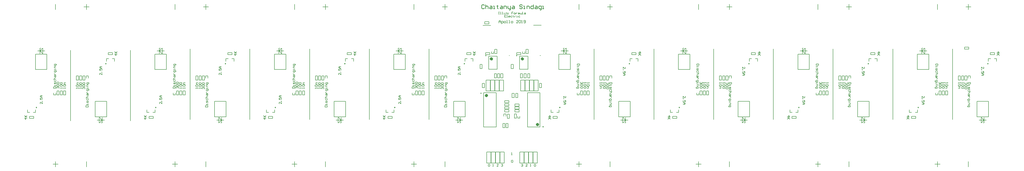
<source format=gto>
G04*
G04 #@! TF.GenerationSoftware,Altium Limited,Altium Designer,19.0.13 (425)*
G04*
G04 Layer_Color=65535*
%FSLAX25Y25*%
%MOIN*%
G70*
G01*
G75*
%ADD10C,0.00984*%
%ADD11C,0.02362*%
%ADD12C,0.00787*%
%ADD13C,0.00591*%
%ADD14C,0.00600*%
%ADD15C,0.00709*%
D10*
X715354Y32972D02*
X714616Y33399D01*
Y32546D01*
X715354Y32972D01*
X610827Y-32972D02*
X610089Y-32546D01*
Y-33399D01*
X610827Y-32972D01*
X535827Y32972D02*
X535089Y33399D01*
Y32546D01*
X535827Y32972D01*
X431299Y-32972D02*
X430561Y-32546D01*
Y-33399D01*
X431299Y-32972D01*
X356299Y32972D02*
X355561Y33399D01*
Y32546D01*
X356299Y32972D01*
X251772Y-32972D02*
X251033Y-32546D01*
Y-33399D01*
X251772Y-32972D01*
X176772Y32972D02*
X176033Y33399D01*
Y32546D01*
X176772Y32972D01*
X72244Y-32972D02*
X71506Y-32546D01*
Y-33399D01*
X72244Y-32972D01*
X-71260Y32972D02*
X-71998Y33399D01*
Y32546D01*
X-71260Y32972D01*
X-175787Y-32972D02*
X-176526Y-32546D01*
Y-33399D01*
X-175787Y-32972D01*
X-250787Y32972D02*
X-251526Y33399D01*
Y32546D01*
X-250787Y32972D01*
X-355315Y-32972D02*
X-356053Y-32546D01*
Y-33399D01*
X-355315Y-32972D01*
X-430315Y32972D02*
X-431053Y33399D01*
Y32546D01*
X-430315Y32972D01*
X-534842Y-32972D02*
X-535581Y-32546D01*
Y-33399D01*
X-534842Y-32972D01*
X-609842Y32972D02*
X-610581Y33399D01*
Y32546D01*
X-609842Y32972D01*
X-714370Y-32972D02*
X-715108Y-32546D01*
Y-33399D01*
X-714370Y-32972D01*
X7480Y45098D02*
X6742Y45525D01*
Y44672D01*
X7480Y45098D01*
X-38976D02*
X-39715Y45525D01*
Y44672D01*
X-38976Y45098D01*
X46949Y-62106D02*
X46211Y-61680D01*
Y-62533D01*
X46949Y-62106D01*
X-46358Y-11516D02*
X-47096Y-11090D01*
Y-11942D01*
X-46358Y-11516D01*
X-41734Y120668D02*
X-42717Y121652D01*
X-44685D01*
X-45669Y120668D01*
Y116732D01*
X-44685Y115748D01*
X-42717D01*
X-41734Y116732D01*
X-39766Y121652D02*
Y115748D01*
Y118700D01*
X-38782Y119684D01*
X-36814D01*
X-35830Y118700D01*
Y115748D01*
X-32878Y119684D02*
X-30910D01*
X-29926Y118700D01*
Y115748D01*
X-32878D01*
X-33862Y116732D01*
X-32878Y117716D01*
X-29926D01*
X-27959Y115748D02*
X-25991D01*
X-26975D01*
Y119684D01*
X-27959D01*
X-22055Y120668D02*
Y119684D01*
X-23039D01*
X-21071D01*
X-22055D01*
Y116732D01*
X-21071Y115748D01*
X-17135Y119684D02*
X-15167D01*
X-14183Y118700D01*
Y115748D01*
X-17135D01*
X-18119Y116732D01*
X-17135Y117716D01*
X-14183D01*
X-12216Y115748D02*
Y119684D01*
X-9264D01*
X-8280Y118700D01*
Y115748D01*
X-6312Y119684D02*
Y116732D01*
X-5328Y115748D01*
X-2376D01*
Y114764D01*
X-3360Y113780D01*
X-4344D01*
X-2376Y115748D02*
Y119684D01*
X576D02*
X2543D01*
X3527Y118700D01*
Y115748D01*
X576D01*
X-408Y116732D01*
X576Y117716D01*
X3527D01*
X15335Y120668D02*
X14351Y121652D01*
X12383D01*
X11399Y120668D01*
Y119684D01*
X12383Y118700D01*
X14351D01*
X15335Y117716D01*
Y116732D01*
X14351Y115748D01*
X12383D01*
X11399Y116732D01*
X17302Y115748D02*
X19270D01*
X18286D01*
Y119684D01*
X17302D01*
X22222Y115748D02*
Y119684D01*
X25174D01*
X26158Y118700D01*
Y115748D01*
X32061Y121652D02*
Y115748D01*
X29110D01*
X28126Y116732D01*
Y118700D01*
X29110Y119684D01*
X32061D01*
X35013D02*
X36981D01*
X37965Y118700D01*
Y115748D01*
X35013D01*
X34029Y116732D01*
X35013Y117716D01*
X37965D01*
X41901Y113780D02*
X42885D01*
X43869Y114764D01*
Y119684D01*
X40917D01*
X39933Y118700D01*
Y116732D01*
X40917Y115748D01*
X43869D01*
X45836D02*
X47804D01*
X46820D01*
Y119684D01*
X45836D01*
D11*
X16535Y40157D02*
X16091Y41081D01*
X15091Y41309D01*
X14290Y40670D01*
Y39645D01*
X15091Y39006D01*
X16091Y39234D01*
X16535Y40157D01*
X-29921D02*
X-30366Y41081D01*
X-31365Y41309D01*
X-32166Y40670D01*
Y39645D01*
X-31365Y39006D01*
X-30366Y39234D01*
X-29921Y40157D01*
X39370Y-58661D02*
X38925Y-57738D01*
X37926Y-57510D01*
X37125Y-58149D01*
Y-59174D01*
X37926Y-59813D01*
X38925Y-59585D01*
X39370Y-58661D01*
X-37402Y-14961D02*
X-37846Y-14037D01*
X-38846Y-13809D01*
X-39647Y-14448D01*
Y-15473D01*
X-38846Y-16112D01*
X-37846Y-15884D01*
X-37402Y-14961D01*
D12*
X42913Y45276D02*
X42126D01*
X42913D01*
X-3543D02*
X-4331D01*
X-3543D01*
X-573425Y-53150D02*
Y53150D01*
X662008Y-51181D02*
Y55118D01*
X572244Y-51181D02*
Y55118D01*
X482480Y-51181D02*
Y55118D01*
X392717Y-51181D02*
Y55118D01*
X302953Y-51181D02*
Y55118D01*
X213189Y-51181D02*
Y55118D01*
X123425Y-51181D02*
Y55118D01*
X39370Y-8268D02*
Y8268D01*
X33071Y-8268D02*
Y8268D01*
X39370D01*
X33071Y-8268D02*
X39370D01*
X-124606Y-51181D02*
Y55118D01*
X-214370Y-51181D02*
Y55118D01*
X-304134Y-51181D02*
Y55118D01*
X-393898Y-51181D02*
Y55118D01*
X-483661Y-51181D02*
Y55118D01*
X715846Y36516D02*
Y40453D01*
X719193D01*
X728051Y36516D02*
Y40453D01*
X724705D02*
X728051D01*
X609350Y-40453D02*
Y-36516D01*
X606004Y-40453D02*
X609350D01*
X597146D02*
Y-36516D01*
Y-40453D02*
X600492D01*
X536319Y36516D02*
Y40453D01*
X539665D01*
X548524Y36516D02*
Y40453D01*
X545177D02*
X548524D01*
X429823Y-40453D02*
Y-36516D01*
X426476Y-40453D02*
X429823D01*
X417618D02*
Y-36516D01*
Y-40453D02*
X420965D01*
X356791Y36516D02*
Y40453D01*
X360138D01*
X368996Y36516D02*
Y40453D01*
X365650D02*
X368996D01*
X250295Y-40453D02*
Y-36516D01*
X246949Y-40453D02*
X250295D01*
X238091D02*
Y-36516D01*
Y-40453D02*
X241437D01*
X177264Y36516D02*
Y40453D01*
X180610D01*
X189469Y36516D02*
Y40453D01*
X186122D02*
X189469D01*
X70768Y-40453D02*
Y-36516D01*
X67421Y-40453D02*
X70768D01*
X58563D02*
Y-36516D01*
Y-40453D02*
X61910D01*
X-70768Y36516D02*
Y40453D01*
X-67421D01*
X-58563Y36516D02*
Y40453D01*
X-61910D02*
X-58563D01*
X-177264Y-40453D02*
Y-36516D01*
X-180610Y-40453D02*
X-177264D01*
X-189469D02*
Y-36516D01*
Y-40453D02*
X-186122D01*
X-250295Y36516D02*
Y40453D01*
X-246949D01*
X-238091Y36516D02*
Y40453D01*
X-241437D02*
X-238091D01*
X-356791Y-40453D02*
Y-36516D01*
X-360138Y-40453D02*
X-356791D01*
X-368996D02*
Y-36516D01*
Y-40453D02*
X-365650D01*
X-429823Y36516D02*
Y40453D01*
X-426476D01*
X-417618Y36516D02*
Y40453D01*
X-420965D02*
X-417618D01*
X-536319Y-40453D02*
Y-36516D01*
X-539665Y-40453D02*
X-536319D01*
X-548524D02*
Y-36516D01*
Y-40453D02*
X-545177D01*
X-609350Y36516D02*
Y40453D01*
X-606004D01*
X-597146Y36516D02*
Y40453D01*
X-600492D02*
X-597146D01*
X-715846Y-40453D02*
Y-36516D01*
X-719193Y-40453D02*
X-715846D01*
X-728051D02*
Y-36516D01*
Y-40453D02*
X-724705D01*
X-663189Y-53150D02*
Y53150D01*
X11417Y24409D02*
X24016D01*
X11417Y44094D02*
X24016D01*
Y24409D02*
Y44094D01*
X11417Y24409D02*
Y44094D01*
X-35039Y24409D02*
X-22441D01*
X-35039Y44094D02*
X-22441D01*
Y24409D02*
Y44094D01*
X-35039Y24409D02*
Y44094D01*
X42126Y-62598D02*
Y-11024D01*
X23228Y-62598D02*
Y-11024D01*
Y-62598D02*
X42126D01*
X23228Y-11024D02*
X42126D01*
X-42520Y-62598D02*
Y-11024D01*
X-23622Y-62598D02*
Y-11024D01*
X-42520D02*
X-23622D01*
X-42520Y-62598D02*
X-23622D01*
X12992Y-8268D02*
X19291D01*
Y8268D01*
X12992D02*
X19291D01*
X12992Y-8268D02*
Y8268D01*
X-25591Y-8268D02*
X-19291D01*
Y8268D01*
X-25591D02*
X-19291D01*
X-25591Y-8268D02*
Y8268D01*
X19685Y-8268D02*
X25984D01*
Y8268D01*
X19685D02*
X25984D01*
X19685Y-8268D02*
Y8268D01*
X-18898Y-8268D02*
X-12598D01*
Y8268D01*
X-18898D02*
X-12598D01*
X-18898Y-8268D02*
Y8268D01*
X26378Y-8268D02*
X32677D01*
Y8268D01*
X26378D02*
X32677D01*
X26378Y-8268D02*
Y8268D01*
X-32283Y-8268D02*
X-25984D01*
Y8268D01*
X-32283D02*
X-25984D01*
X-32283Y-8268D02*
Y8268D01*
X-38976Y-8268D02*
X-32677D01*
Y8268D01*
X-38976D02*
X-32677D01*
X-38976Y-8268D02*
Y8268D01*
X11614Y-116732D02*
X17913D01*
Y-100197D01*
X11614D02*
X17913D01*
X11614Y-116732D02*
Y-100197D01*
X-17913Y-116732D02*
X-11614D01*
Y-100197D01*
X-17913D02*
X-11614D01*
X-17913Y-116732D02*
Y-100197D01*
X18307Y-116732D02*
X24606D01*
Y-100197D01*
X18307D02*
X24606D01*
X18307Y-116732D02*
Y-100197D01*
X-24606Y-116732D02*
X-18307D01*
Y-100197D01*
X-24606D02*
X-18307D01*
X-24606Y-116732D02*
Y-100197D01*
X25000Y-116732D02*
X31299D01*
Y-100197D01*
X25000D02*
X31299D01*
X25000Y-116732D02*
Y-100197D01*
X-31299Y-116732D02*
X-25000D01*
Y-100197D01*
X-31299D02*
X-25000D01*
X-31299Y-116732D02*
Y-100197D01*
X31693Y-116732D02*
X37992D01*
Y-100197D01*
X31693D02*
X37992D01*
X31693Y-116732D02*
Y-100197D01*
X-37992Y-116732D02*
X-31693D01*
Y-100197D01*
X-37992D02*
X-31693D01*
X-37992Y-116732D02*
Y-100197D01*
X728740Y49410D02*
X732282D01*
X730511Y51181D01*
Y48820D01*
X732282Y47639D02*
X728740D01*
X729921D01*
X732282Y45278D01*
X730511Y47049D01*
X728740Y45278D01*
X593307Y-46850D02*
X596849D01*
X595078Y-45079D01*
Y-47440D01*
X596849Y-48621D02*
X593307D01*
X594488D01*
X596849Y-50982D01*
X595078Y-49211D01*
X593307Y-50982D01*
X549213Y49410D02*
X552755D01*
X550984Y51181D01*
Y48820D01*
X552755Y47639D02*
X549213D01*
X550393D01*
X552755Y45278D01*
X550984Y47049D01*
X549213Y45278D01*
X413779Y-46850D02*
X417322D01*
X415551Y-45079D01*
Y-47440D01*
X417322Y-48621D02*
X413779D01*
X414960D01*
X417322Y-50982D01*
X415551Y-49211D01*
X413779Y-50982D01*
X369685Y49410D02*
X373227D01*
X371456Y51181D01*
Y48820D01*
X373227Y47639D02*
X369685D01*
X370866D01*
X373227Y45278D01*
X371456Y47049D01*
X369685Y45278D01*
X234252Y-46850D02*
X237794D01*
X236023Y-45079D01*
Y-47440D01*
X237794Y-48621D02*
X234252D01*
X235433D01*
X237794Y-50982D01*
X236023Y-49211D01*
X234252Y-50982D01*
X190157Y49410D02*
X193700D01*
X191929Y51181D01*
Y48820D01*
X193700Y47639D02*
X190157D01*
X191338D01*
X193700Y45278D01*
X191929Y47049D01*
X190157Y45278D01*
X54724Y-46850D02*
X58267D01*
X56495Y-45079D01*
Y-47440D01*
X58267Y-48621D02*
X54724D01*
X55905D01*
X58267Y-50982D01*
X56495Y-49211D01*
X54724Y-50982D01*
X-54724Y46850D02*
X-58267D01*
X-56495Y45079D01*
Y47440D01*
X-58267Y48621D02*
X-54724D01*
X-55905D01*
X-58267Y50982D01*
X-56495Y49211D01*
X-54724Y50982D01*
X-190157Y-49410D02*
X-193700D01*
X-191929Y-51181D01*
Y-48820D01*
X-193700Y-47639D02*
X-190157D01*
X-191338D01*
X-193700Y-45278D01*
X-191929Y-47049D01*
X-190157Y-45278D01*
X-234252Y46850D02*
X-237794D01*
X-236023Y45079D01*
Y47440D01*
X-237794Y48621D02*
X-234252D01*
X-235433D01*
X-237794Y50982D01*
X-236023Y49211D01*
X-234252Y50982D01*
X-369685Y-49410D02*
X-373227D01*
X-371456Y-51181D01*
Y-48820D01*
X-373227Y-47639D02*
X-369685D01*
X-370866D01*
X-373227Y-45278D01*
X-371456Y-47049D01*
X-369685Y-45278D01*
X-413779Y46850D02*
X-417322D01*
X-415551Y45079D01*
Y47440D01*
X-417322Y48621D02*
X-413779D01*
X-414960D01*
X-417322Y50982D01*
X-415551Y49211D01*
X-413779Y50982D01*
X-549213Y-49410D02*
X-552755D01*
X-550984Y-51181D01*
Y-48820D01*
X-552755Y-47639D02*
X-549213D01*
X-550393D01*
X-552755Y-45278D01*
X-550984Y-47049D01*
X-549213Y-45278D01*
X-593307Y46850D02*
X-596849D01*
X-595078Y45079D01*
Y47440D01*
X-596849Y48621D02*
X-593307D01*
X-594488D01*
X-596849Y50982D01*
X-595078Y49211D01*
X-593307Y50982D01*
X-728740Y-49410D02*
X-732282D01*
X-730511Y-51181D01*
Y-48820D01*
X-732282Y-47639D02*
X-728740D01*
X-729921D01*
X-732282Y-45278D01*
X-730511Y-47049D01*
X-728740Y-45278D01*
X683464Y4331D02*
X684054Y3740D01*
Y2560D01*
X683464Y1969D01*
X682873D01*
X682283Y2560D01*
Y3150D01*
Y2560D01*
X681693Y1969D01*
X681102D01*
X680512Y2560D01*
Y3740D01*
X681102Y4331D01*
X683464Y789D02*
X684054Y198D01*
Y-982D01*
X683464Y-1573D01*
X681102D01*
X680512Y-982D01*
Y198D01*
X681102Y789D01*
X683464D01*
Y-2754D02*
X684054Y-3344D01*
Y-4525D01*
X683464Y-5115D01*
X681102D01*
X680512Y-4525D01*
Y-3344D01*
X681102Y-2754D01*
X683464D01*
X644487Y5217D02*
X645078Y4626D01*
Y3446D01*
X644487Y2855D01*
X643897D01*
X643306Y3446D01*
Y4036D01*
Y3446D01*
X642716Y2855D01*
X642126D01*
X641535Y3446D01*
Y4626D01*
X642126Y5217D01*
X644487Y1674D02*
X645078Y1084D01*
Y-97D01*
X644487Y-687D01*
X642126D01*
X641535Y-97D01*
Y1084D01*
X642126Y1674D01*
X644487D01*
Y-1868D02*
X645078Y-2458D01*
Y-3639D01*
X644487Y-4229D01*
X642126D01*
X641535Y-3639D01*
Y-2458D01*
X642126Y-1868D01*
X644487D01*
X503936Y4331D02*
X504526Y3740D01*
Y2560D01*
X503936Y1969D01*
X503346D01*
X502755Y2560D01*
Y3150D01*
Y2560D01*
X502165Y1969D01*
X501575D01*
X500984Y2560D01*
Y3740D01*
X501575Y4331D01*
X503936Y789D02*
X504526Y198D01*
Y-982D01*
X503936Y-1573D01*
X501575D01*
X500984Y-982D01*
Y198D01*
X501575Y789D01*
X503936D01*
Y-2754D02*
X504526Y-3344D01*
Y-4525D01*
X503936Y-5115D01*
X501575D01*
X500984Y-4525D01*
Y-3344D01*
X501575Y-2754D01*
X503936D01*
X464960Y5217D02*
X465550Y4626D01*
Y3446D01*
X464960Y2855D01*
X464369D01*
X463779Y3446D01*
Y4036D01*
Y3446D01*
X463189Y2855D01*
X462598D01*
X462008Y3446D01*
Y4626D01*
X462598Y5217D01*
X464960Y1674D02*
X465550Y1084D01*
Y-97D01*
X464960Y-687D01*
X462598D01*
X462008Y-97D01*
Y1084D01*
X462598Y1674D01*
X464960D01*
Y-1868D02*
X465550Y-2458D01*
Y-3639D01*
X464960Y-4229D01*
X462598D01*
X462008Y-3639D01*
Y-2458D01*
X462598Y-1868D01*
X464960D01*
X324409Y4331D02*
X324999Y3740D01*
Y2560D01*
X324409Y1969D01*
X323818D01*
X323228Y2560D01*
Y3150D01*
Y2560D01*
X322637Y1969D01*
X322047D01*
X321457Y2560D01*
Y3740D01*
X322047Y4331D01*
X324409Y789D02*
X324999Y198D01*
Y-982D01*
X324409Y-1573D01*
X322047D01*
X321457Y-982D01*
Y198D01*
X322047Y789D01*
X324409D01*
Y-2754D02*
X324999Y-3344D01*
Y-4525D01*
X324409Y-5115D01*
X322047D01*
X321457Y-4525D01*
Y-3344D01*
X322047Y-2754D01*
X324409D01*
X285432Y5217D02*
X286022Y4626D01*
Y3446D01*
X285432Y2855D01*
X284842D01*
X284251Y3446D01*
Y4036D01*
Y3446D01*
X283661Y2855D01*
X283071D01*
X282480Y3446D01*
Y4626D01*
X283071Y5217D01*
X285432Y1674D02*
X286022Y1084D01*
Y-97D01*
X285432Y-687D01*
X283071D01*
X282480Y-97D01*
Y1084D01*
X283071Y1674D01*
X285432D01*
Y-1868D02*
X286022Y-2458D01*
Y-3639D01*
X285432Y-4229D01*
X283071D01*
X282480Y-3639D01*
Y-2458D01*
X283071Y-1868D01*
X285432D01*
X144881Y4331D02*
X145471Y3740D01*
Y2560D01*
X144881Y1969D01*
X144291D01*
X143700Y2560D01*
Y3150D01*
Y2560D01*
X143110Y1969D01*
X142519D01*
X141929Y2560D01*
Y3740D01*
X142519Y4331D01*
X144881Y789D02*
X145471Y198D01*
Y-982D01*
X144881Y-1573D01*
X142519D01*
X141929Y-982D01*
Y198D01*
X142519Y789D01*
X144881D01*
Y-2754D02*
X145471Y-3344D01*
Y-4525D01*
X144881Y-5115D01*
X142519D01*
X141929Y-4525D01*
Y-3344D01*
X142519Y-2754D01*
X144881D01*
X105904Y5217D02*
X106495Y4626D01*
Y3446D01*
X105904Y2855D01*
X105314D01*
X104724Y3446D01*
Y4036D01*
Y3446D01*
X104133Y2855D01*
X103543D01*
X102953Y3446D01*
Y4626D01*
X103543Y5217D01*
X105904Y1674D02*
X106495Y1084D01*
Y-97D01*
X105904Y-687D01*
X103543D01*
X102953Y-97D01*
Y1084D01*
X103543Y1674D01*
X105904D01*
Y-1868D02*
X106495Y-2458D01*
Y-3639D01*
X105904Y-4229D01*
X103543D01*
X102953Y-3639D01*
Y-2458D01*
X103543Y-1868D01*
X105904D01*
X-105904Y-5217D02*
X-106495Y-4626D01*
Y-3446D01*
X-105904Y-2855D01*
X-105314D01*
X-104724Y-3446D01*
Y-4036D01*
Y-3446D01*
X-104133Y-2855D01*
X-103543D01*
X-102953Y-3446D01*
Y-4626D01*
X-103543Y-5217D01*
X-105904Y-1674D02*
X-106495Y-1084D01*
Y97D01*
X-105904Y687D01*
X-103543D01*
X-102953Y97D01*
Y-1084D01*
X-103543Y-1674D01*
X-105904D01*
Y1868D02*
X-106495Y2458D01*
Y3639D01*
X-105904Y4229D01*
X-103543D01*
X-102953Y3639D01*
Y2458D01*
X-103543Y1868D01*
X-105904D01*
X-144881Y-4331D02*
X-145471Y-3740D01*
Y-2560D01*
X-144881Y-1969D01*
X-144291D01*
X-143700Y-2560D01*
Y-3150D01*
Y-2560D01*
X-143110Y-1969D01*
X-142519D01*
X-141929Y-2560D01*
Y-3740D01*
X-142519Y-4331D01*
X-144881Y-789D02*
X-145471Y-198D01*
Y982D01*
X-144881Y1573D01*
X-142519D01*
X-141929Y982D01*
Y-198D01*
X-142519Y-789D01*
X-144881D01*
Y2754D02*
X-145471Y3344D01*
Y4525D01*
X-144881Y5115D01*
X-142519D01*
X-141929Y4525D01*
Y3344D01*
X-142519Y2754D01*
X-144881D01*
X-285432Y-5217D02*
X-286022Y-4626D01*
Y-3446D01*
X-285432Y-2855D01*
X-284842D01*
X-284251Y-3446D01*
Y-4036D01*
Y-3446D01*
X-283661Y-2855D01*
X-283071D01*
X-282480Y-3446D01*
Y-4626D01*
X-283071Y-5217D01*
X-285432Y-1674D02*
X-286022Y-1084D01*
Y97D01*
X-285432Y687D01*
X-283071D01*
X-282480Y97D01*
Y-1084D01*
X-283071Y-1674D01*
X-285432D01*
Y1868D02*
X-286022Y2458D01*
Y3639D01*
X-285432Y4229D01*
X-283071D01*
X-282480Y3639D01*
Y2458D01*
X-283071Y1868D01*
X-285432D01*
X-324409Y-4331D02*
X-324999Y-3740D01*
Y-2560D01*
X-324409Y-1969D01*
X-323818D01*
X-323228Y-2560D01*
Y-3150D01*
Y-2560D01*
X-322637Y-1969D01*
X-322047D01*
X-321457Y-2560D01*
Y-3740D01*
X-322047Y-4331D01*
X-324409Y-789D02*
X-324999Y-198D01*
Y982D01*
X-324409Y1573D01*
X-322047D01*
X-321457Y982D01*
Y-198D01*
X-322047Y-789D01*
X-324409D01*
Y2754D02*
X-324999Y3344D01*
Y4525D01*
X-324409Y5115D01*
X-322047D01*
X-321457Y4525D01*
Y3344D01*
X-322047Y2754D01*
X-324409D01*
X-464960Y-5217D02*
X-465550Y-4626D01*
Y-3446D01*
X-464960Y-2855D01*
X-464369D01*
X-463779Y-3446D01*
Y-4036D01*
Y-3446D01*
X-463189Y-2855D01*
X-462598D01*
X-462008Y-3446D01*
Y-4626D01*
X-462598Y-5217D01*
X-464960Y-1674D02*
X-465550Y-1084D01*
Y97D01*
X-464960Y687D01*
X-462598D01*
X-462008Y97D01*
Y-1084D01*
X-462598Y-1674D01*
X-464960D01*
Y1868D02*
X-465550Y2458D01*
Y3639D01*
X-464960Y4229D01*
X-462598D01*
X-462008Y3639D01*
Y2458D01*
X-462598Y1868D01*
X-464960D01*
X-503936Y-4331D02*
X-504526Y-3740D01*
Y-2560D01*
X-503936Y-1969D01*
X-503346D01*
X-502755Y-2560D01*
Y-3150D01*
Y-2560D01*
X-502165Y-1969D01*
X-501575D01*
X-500984Y-2560D01*
Y-3740D01*
X-501575Y-4331D01*
X-503936Y-789D02*
X-504526Y-198D01*
Y982D01*
X-503936Y1573D01*
X-501575D01*
X-500984Y982D01*
Y-198D01*
X-501575Y-789D01*
X-503936D01*
Y2754D02*
X-504526Y3344D01*
Y4525D01*
X-503936Y5115D01*
X-501575D01*
X-500984Y4525D01*
Y3344D01*
X-501575Y2754D01*
X-503936D01*
X-644487Y-5217D02*
X-645078Y-4626D01*
Y-3446D01*
X-644487Y-2855D01*
X-643897D01*
X-643306Y-3446D01*
Y-4036D01*
Y-3446D01*
X-642716Y-2855D01*
X-642126D01*
X-641535Y-3446D01*
Y-4626D01*
X-642126Y-5217D01*
X-644487Y-1674D02*
X-645078Y-1084D01*
Y97D01*
X-644487Y687D01*
X-642126D01*
X-641535Y97D01*
Y-1084D01*
X-642126Y-1674D01*
X-644487D01*
Y1868D02*
X-645078Y2458D01*
Y3639D01*
X-644487Y4229D01*
X-642126D01*
X-641535Y3639D01*
Y2458D01*
X-642126Y1868D01*
X-644487D01*
X-683464Y-4331D02*
X-684054Y-3740D01*
Y-2560D01*
X-683464Y-1969D01*
X-682873D01*
X-682283Y-2560D01*
Y-3150D01*
Y-2560D01*
X-681693Y-1969D01*
X-681102D01*
X-680512Y-2560D01*
Y-3740D01*
X-681102Y-4331D01*
X-683464Y-789D02*
X-684054Y-198D01*
Y982D01*
X-683464Y1573D01*
X-681102D01*
X-680512Y982D01*
Y-198D01*
X-681102Y-789D01*
X-683464D01*
Y2754D02*
X-684054Y3344D01*
Y4525D01*
X-683464Y5115D01*
X-681102D01*
X-680512Y4525D01*
Y3344D01*
X-681102Y2754D01*
X-683464D01*
X675591Y4331D02*
Y3150D01*
Y3740D01*
X679133D01*
X678542Y4331D01*
Y1379D02*
X679133Y789D01*
Y-392D01*
X678542Y-982D01*
X676181D01*
X675591Y-392D01*
Y789D01*
X676181Y1379D01*
X678542D01*
Y-2163D02*
X679133Y-2754D01*
Y-3934D01*
X678542Y-4525D01*
X676181D01*
X675591Y-3934D01*
Y-2754D01*
X676181Y-2163D01*
X678542D01*
X646457Y4626D02*
Y3445D01*
Y4036D01*
X649999D01*
X649408Y4626D01*
Y1674D02*
X649999Y1084D01*
Y-97D01*
X649408Y-687D01*
X647047D01*
X646457Y-97D01*
Y1084D01*
X647047Y1674D01*
X649408D01*
Y-1868D02*
X649999Y-2458D01*
Y-3639D01*
X649408Y-4229D01*
X647047D01*
X646457Y-3639D01*
Y-2458D01*
X647047Y-1868D01*
X649408D01*
X496063Y4331D02*
Y3150D01*
Y3740D01*
X499605D01*
X499015Y4331D01*
Y1379D02*
X499605Y789D01*
Y-392D01*
X499015Y-982D01*
X496653D01*
X496063Y-392D01*
Y789D01*
X496653Y1379D01*
X499015D01*
Y-2163D02*
X499605Y-2754D01*
Y-3934D01*
X499015Y-4525D01*
X496653D01*
X496063Y-3934D01*
Y-2754D01*
X496653Y-2163D01*
X499015D01*
X466929Y4626D02*
Y3445D01*
Y4036D01*
X470471D01*
X469881Y4626D01*
Y1674D02*
X470471Y1084D01*
Y-97D01*
X469881Y-687D01*
X467520D01*
X466929Y-97D01*
Y1084D01*
X467520Y1674D01*
X469881D01*
Y-1868D02*
X470471Y-2458D01*
Y-3639D01*
X469881Y-4229D01*
X467520D01*
X466929Y-3639D01*
Y-2458D01*
X467520Y-1868D01*
X469881D01*
X316535Y4331D02*
Y3150D01*
Y3740D01*
X320078D01*
X319487Y4331D01*
Y1379D02*
X320078Y789D01*
Y-392D01*
X319487Y-982D01*
X317126D01*
X316535Y-392D01*
Y789D01*
X317126Y1379D01*
X319487D01*
Y-2163D02*
X320078Y-2754D01*
Y-3934D01*
X319487Y-4525D01*
X317126D01*
X316535Y-3934D01*
Y-2754D01*
X317126Y-2163D01*
X319487D01*
X287402Y4626D02*
Y3445D01*
Y4036D01*
X290944D01*
X290353Y4626D01*
Y1674D02*
X290944Y1084D01*
Y-97D01*
X290353Y-687D01*
X287992D01*
X287402Y-97D01*
Y1084D01*
X287992Y1674D01*
X290353D01*
Y-1868D02*
X290944Y-2458D01*
Y-3639D01*
X290353Y-4229D01*
X287992D01*
X287402Y-3639D01*
Y-2458D01*
X287992Y-1868D01*
X290353D01*
X137008Y4331D02*
Y3150D01*
Y3740D01*
X140550D01*
X139960Y4331D01*
Y1379D02*
X140550Y789D01*
Y-392D01*
X139960Y-982D01*
X137598D01*
X137008Y-392D01*
Y789D01*
X137598Y1379D01*
X139960D01*
Y-2163D02*
X140550Y-2754D01*
Y-3934D01*
X139960Y-4525D01*
X137598D01*
X137008Y-3934D01*
Y-2754D01*
X137598Y-2163D01*
X139960D01*
X107874Y4626D02*
Y3445D01*
Y4036D01*
X111416D01*
X110826Y4626D01*
Y1674D02*
X111416Y1084D01*
Y-97D01*
X110826Y-687D01*
X108464D01*
X107874Y-97D01*
Y1084D01*
X108464Y1674D01*
X110826D01*
Y-1868D02*
X111416Y-2458D01*
Y-3639D01*
X110826Y-4229D01*
X108464D01*
X107874Y-3639D01*
Y-2458D01*
X108464Y-1868D01*
X110826D01*
X-107874Y-4626D02*
Y-3445D01*
Y-4036D01*
X-111416D01*
X-110826Y-4626D01*
Y-1674D02*
X-111416Y-1084D01*
Y97D01*
X-110826Y687D01*
X-108464D01*
X-107874Y97D01*
Y-1084D01*
X-108464Y-1674D01*
X-110826D01*
Y1868D02*
X-111416Y2458D01*
Y3639D01*
X-110826Y4229D01*
X-108464D01*
X-107874Y3639D01*
Y2458D01*
X-108464Y1868D01*
X-110826D01*
X-137008Y-4331D02*
Y-3150D01*
Y-3740D01*
X-140550D01*
X-139960Y-4331D01*
Y-1379D02*
X-140550Y-789D01*
Y392D01*
X-139960Y982D01*
X-137598D01*
X-137008Y392D01*
Y-789D01*
X-137598Y-1379D01*
X-139960D01*
Y2163D02*
X-140550Y2754D01*
Y3934D01*
X-139960Y4525D01*
X-137598D01*
X-137008Y3934D01*
Y2754D01*
X-137598Y2163D01*
X-139960D01*
X-287402Y-4626D02*
Y-3445D01*
Y-4036D01*
X-290944D01*
X-290353Y-4626D01*
Y-1674D02*
X-290944Y-1084D01*
Y97D01*
X-290353Y687D01*
X-287992D01*
X-287402Y97D01*
Y-1084D01*
X-287992Y-1674D01*
X-290353D01*
Y1868D02*
X-290944Y2458D01*
Y3639D01*
X-290353Y4229D01*
X-287992D01*
X-287402Y3639D01*
Y2458D01*
X-287992Y1868D01*
X-290353D01*
X-316535Y-4331D02*
Y-3150D01*
Y-3740D01*
X-320078D01*
X-319487Y-4331D01*
Y-1379D02*
X-320078Y-789D01*
Y392D01*
X-319487Y982D01*
X-317126D01*
X-316535Y392D01*
Y-789D01*
X-317126Y-1379D01*
X-319487D01*
Y2163D02*
X-320078Y2754D01*
Y3934D01*
X-319487Y4525D01*
X-317126D01*
X-316535Y3934D01*
Y2754D01*
X-317126Y2163D01*
X-319487D01*
X-466929Y-4626D02*
Y-3445D01*
Y-4036D01*
X-470471D01*
X-469881Y-4626D01*
Y-1674D02*
X-470471Y-1084D01*
Y97D01*
X-469881Y687D01*
X-467520D01*
X-466929Y97D01*
Y-1084D01*
X-467520Y-1674D01*
X-469881D01*
Y1868D02*
X-470471Y2458D01*
Y3639D01*
X-469881Y4229D01*
X-467520D01*
X-466929Y3639D01*
Y2458D01*
X-467520Y1868D01*
X-469881D01*
X-496063Y-4331D02*
Y-3150D01*
Y-3740D01*
X-499605D01*
X-499015Y-4331D01*
Y-1379D02*
X-499605Y-789D01*
Y392D01*
X-499015Y982D01*
X-496653D01*
X-496063Y392D01*
Y-789D01*
X-496653Y-1379D01*
X-499015D01*
Y2163D02*
X-499605Y2754D01*
Y3934D01*
X-499015Y4525D01*
X-496653D01*
X-496063Y3934D01*
Y2754D01*
X-496653Y2163D01*
X-499015D01*
X-646457Y-4626D02*
Y-3445D01*
Y-4036D01*
X-649999D01*
X-649408Y-4626D01*
Y-1674D02*
X-649999Y-1084D01*
Y97D01*
X-649408Y687D01*
X-647047D01*
X-646457Y97D01*
Y-1084D01*
X-647047Y-1674D01*
X-649408D01*
Y1868D02*
X-649999Y2458D01*
Y3639D01*
X-649408Y4229D01*
X-647047D01*
X-646457Y3639D01*
Y2458D01*
X-647047Y1868D01*
X-649408D01*
X-675591Y-4331D02*
Y-3150D01*
Y-3740D01*
X-679133D01*
X-678542Y-4331D01*
Y-1379D02*
X-679133Y-789D01*
Y392D01*
X-678542Y982D01*
X-676181D01*
X-675591Y392D01*
Y-789D01*
X-676181Y-1379D01*
X-678542D01*
Y2163D02*
X-679133Y2754D01*
Y3934D01*
X-678542Y4525D01*
X-676181D01*
X-675591Y3934D01*
Y2754D01*
X-676181Y2163D01*
X-678542D01*
X688975Y4331D02*
X685433D01*
Y2560D01*
X686023Y1969D01*
X688385D01*
X688975Y2560D01*
Y4331D01*
X685433Y789D02*
Y-392D01*
Y198D01*
X687794D01*
Y789D01*
X685433Y-2163D02*
Y-3934D01*
X686023Y-4525D01*
X686614Y-3934D01*
Y-2754D01*
X687204Y-2163D01*
X687794Y-2754D01*
Y-4525D01*
Y-8067D02*
Y-6296D01*
X687204Y-5705D01*
X686023D01*
X685433Y-6296D01*
Y-8067D01*
X688975Y-9248D02*
X685433D01*
X687204D01*
X687794Y-9838D01*
Y-11019D01*
X687204Y-11609D01*
X685433D01*
X687794Y-13380D02*
Y-14561D01*
X687204Y-15151D01*
X685433D01*
Y-13380D01*
X686023Y-12790D01*
X686614Y-13380D01*
Y-15151D01*
X687794Y-16332D02*
X685433D01*
X686614D01*
X687204Y-16922D01*
X687794Y-17513D01*
Y-18103D01*
X684252Y-21055D02*
Y-21645D01*
X684843Y-22235D01*
X687794D01*
Y-20464D01*
X687204Y-19874D01*
X686023D01*
X685433Y-20464D01*
Y-22235D01*
Y-23416D02*
Y-24597D01*
Y-24007D01*
X687794D01*
Y-23416D01*
X685433Y-26368D02*
X687794D01*
Y-28139D01*
X687204Y-28730D01*
X685433D01*
X684252Y-31091D02*
Y-31681D01*
X684843Y-32272D01*
X687794D01*
Y-30501D01*
X687204Y-29910D01*
X686023D01*
X685433Y-30501D01*
Y-32272D01*
X640156Y32382D02*
X636614D01*
Y30611D01*
X637205Y30020D01*
X639566D01*
X640156Y30611D01*
Y32382D01*
X636614Y28840D02*
Y27659D01*
Y28249D01*
X638976D01*
Y28840D01*
X636614Y25888D02*
Y24117D01*
X637205Y23527D01*
X637795Y24117D01*
Y25298D01*
X638385Y25888D01*
X638976Y25298D01*
Y23527D01*
Y19984D02*
Y21755D01*
X638385Y22346D01*
X637205D01*
X636614Y21755D01*
Y19984D01*
X640156Y18804D02*
X636614D01*
X638385D01*
X638976Y18213D01*
Y17033D01*
X638385Y16442D01*
X636614D01*
X638976Y14671D02*
Y13490D01*
X638385Y12900D01*
X636614D01*
Y14671D01*
X637205Y15261D01*
X637795Y14671D01*
Y12900D01*
X638976Y11719D02*
X636614D01*
X637795D01*
X638385Y11129D01*
X638976Y10539D01*
Y9948D01*
X635433Y6996D02*
Y6406D01*
X636024Y5816D01*
X638976D01*
Y7587D01*
X638385Y8177D01*
X637205D01*
X636614Y7587D01*
Y5816D01*
Y4635D02*
Y3454D01*
Y4045D01*
X638976D01*
Y4635D01*
X636614Y1683D02*
X638976D01*
Y-88D01*
X638385Y-678D01*
X636614D01*
X635433Y-3040D02*
Y-3630D01*
X636024Y-4220D01*
X638976D01*
Y-2449D01*
X638385Y-1859D01*
X637205D01*
X636614Y-2449D01*
Y-4220D01*
X509448Y4331D02*
X505905D01*
Y2560D01*
X506496Y1969D01*
X508857D01*
X509448Y2560D01*
Y4331D01*
X505905Y789D02*
Y-392D01*
Y198D01*
X508267D01*
Y789D01*
X505905Y-2163D02*
Y-3934D01*
X506496Y-4525D01*
X507086Y-3934D01*
Y-2754D01*
X507677Y-2163D01*
X508267Y-2754D01*
Y-4525D01*
Y-8067D02*
Y-6296D01*
X507677Y-5705D01*
X506496D01*
X505905Y-6296D01*
Y-8067D01*
X509448Y-9248D02*
X505905D01*
X507677D01*
X508267Y-9838D01*
Y-11019D01*
X507677Y-11609D01*
X505905D01*
X508267Y-13380D02*
Y-14561D01*
X507677Y-15151D01*
X505905D01*
Y-13380D01*
X506496Y-12790D01*
X507086Y-13380D01*
Y-15151D01*
X508267Y-16332D02*
X505905D01*
X507086D01*
X507677Y-16922D01*
X508267Y-17513D01*
Y-18103D01*
X504725Y-21055D02*
Y-21645D01*
X505315Y-22235D01*
X508267D01*
Y-20464D01*
X507677Y-19874D01*
X506496D01*
X505905Y-20464D01*
Y-22235D01*
Y-23416D02*
Y-24597D01*
Y-24007D01*
X508267D01*
Y-23416D01*
X505905Y-26368D02*
X508267D01*
Y-28139D01*
X507677Y-28730D01*
X505905D01*
X504725Y-31091D02*
Y-31681D01*
X505315Y-32272D01*
X508267D01*
Y-30501D01*
X507677Y-29910D01*
X506496D01*
X505905Y-30501D01*
Y-32272D01*
X460629Y32382D02*
X457087D01*
Y30611D01*
X457677Y30020D01*
X460038D01*
X460629Y30611D01*
Y32382D01*
X457087Y28840D02*
Y27659D01*
Y28249D01*
X459448D01*
Y28840D01*
X457087Y25888D02*
Y24117D01*
X457677Y23527D01*
X458267Y24117D01*
Y25298D01*
X458858Y25888D01*
X459448Y25298D01*
Y23527D01*
Y19984D02*
Y21755D01*
X458858Y22346D01*
X457677D01*
X457087Y21755D01*
Y19984D01*
X460629Y18804D02*
X457087D01*
X458858D01*
X459448Y18213D01*
Y17033D01*
X458858Y16442D01*
X457087D01*
X459448Y14671D02*
Y13490D01*
X458858Y12900D01*
X457087D01*
Y14671D01*
X457677Y15261D01*
X458267Y14671D01*
Y12900D01*
X459448Y11719D02*
X457087D01*
X458267D01*
X458858Y11129D01*
X459448Y10539D01*
Y9948D01*
X455906Y6996D02*
Y6406D01*
X456496Y5816D01*
X459448D01*
Y7587D01*
X458858Y8177D01*
X457677D01*
X457087Y7587D01*
Y5816D01*
Y4635D02*
Y3454D01*
Y4045D01*
X459448D01*
Y4635D01*
X457087Y1683D02*
X459448D01*
Y-88D01*
X458858Y-678D01*
X457087D01*
X455906Y-3040D02*
Y-3630D01*
X456496Y-4220D01*
X459448D01*
Y-2449D01*
X458858Y-1859D01*
X457677D01*
X457087Y-2449D01*
Y-4220D01*
X329920Y4331D02*
X326378D01*
Y2560D01*
X326968Y1969D01*
X329330D01*
X329920Y2560D01*
Y4331D01*
X326378Y789D02*
Y-392D01*
Y198D01*
X328739D01*
Y789D01*
X326378Y-2163D02*
Y-3934D01*
X326968Y-4525D01*
X327559Y-3934D01*
Y-2754D01*
X328149Y-2163D01*
X328739Y-2754D01*
Y-4525D01*
Y-8067D02*
Y-6296D01*
X328149Y-5705D01*
X326968D01*
X326378Y-6296D01*
Y-8067D01*
X329920Y-9248D02*
X326378D01*
X328149D01*
X328739Y-9838D01*
Y-11019D01*
X328149Y-11609D01*
X326378D01*
X328739Y-13380D02*
Y-14561D01*
X328149Y-15151D01*
X326378D01*
Y-13380D01*
X326968Y-12790D01*
X327559Y-13380D01*
Y-15151D01*
X328739Y-16332D02*
X326378D01*
X327559D01*
X328149Y-16922D01*
X328739Y-17513D01*
Y-18103D01*
X325197Y-21055D02*
Y-21645D01*
X325788Y-22235D01*
X328739D01*
Y-20464D01*
X328149Y-19874D01*
X326968D01*
X326378Y-20464D01*
Y-22235D01*
Y-23416D02*
Y-24597D01*
Y-24007D01*
X328739D01*
Y-23416D01*
X326378Y-26368D02*
X328739D01*
Y-28139D01*
X328149Y-28730D01*
X326378D01*
X325197Y-31091D02*
Y-31681D01*
X325788Y-32272D01*
X328739D01*
Y-30501D01*
X328149Y-29910D01*
X326968D01*
X326378Y-30501D01*
Y-32272D01*
X281101Y32382D02*
X277559D01*
Y30611D01*
X278149Y30020D01*
X280511D01*
X281101Y30611D01*
Y32382D01*
X277559Y28840D02*
Y27659D01*
Y28249D01*
X279921D01*
Y28840D01*
X277559Y25888D02*
Y24117D01*
X278149Y23527D01*
X278740Y24117D01*
Y25298D01*
X279330Y25888D01*
X279921Y25298D01*
Y23527D01*
Y19984D02*
Y21755D01*
X279330Y22346D01*
X278149D01*
X277559Y21755D01*
Y19984D01*
X281101Y18804D02*
X277559D01*
X279330D01*
X279921Y18213D01*
Y17033D01*
X279330Y16442D01*
X277559D01*
X279921Y14671D02*
Y13490D01*
X279330Y12900D01*
X277559D01*
Y14671D01*
X278149Y15261D01*
X278740Y14671D01*
Y12900D01*
X279921Y11719D02*
X277559D01*
X278740D01*
X279330Y11129D01*
X279921Y10539D01*
Y9948D01*
X276378Y6996D02*
Y6406D01*
X276969Y5816D01*
X279921D01*
Y7587D01*
X279330Y8177D01*
X278149D01*
X277559Y7587D01*
Y5816D01*
Y4635D02*
Y3454D01*
Y4045D01*
X279921D01*
Y4635D01*
X277559Y1683D02*
X279921D01*
Y-88D01*
X279330Y-678D01*
X277559D01*
X276378Y-3040D02*
Y-3630D01*
X276969Y-4220D01*
X279921D01*
Y-2449D01*
X279330Y-1859D01*
X278149D01*
X277559Y-2449D01*
Y-4220D01*
X150393Y4331D02*
X146850D01*
Y2560D01*
X147441Y1969D01*
X149802D01*
X150393Y2560D01*
Y4331D01*
X146850Y789D02*
Y-392D01*
Y198D01*
X149212D01*
Y789D01*
X146850Y-2163D02*
Y-3934D01*
X147441Y-4525D01*
X148031Y-3934D01*
Y-2754D01*
X148621Y-2163D01*
X149212Y-2754D01*
Y-4525D01*
Y-8067D02*
Y-6296D01*
X148621Y-5705D01*
X147441D01*
X146850Y-6296D01*
Y-8067D01*
X150393Y-9248D02*
X146850D01*
X148621D01*
X149212Y-9838D01*
Y-11019D01*
X148621Y-11609D01*
X146850D01*
X149212Y-13380D02*
Y-14561D01*
X148621Y-15151D01*
X146850D01*
Y-13380D01*
X147441Y-12790D01*
X148031Y-13380D01*
Y-15151D01*
X149212Y-16332D02*
X146850D01*
X148031D01*
X148621Y-16922D01*
X149212Y-17513D01*
Y-18103D01*
X145670Y-21055D02*
Y-21645D01*
X146260Y-22235D01*
X149212D01*
Y-20464D01*
X148621Y-19874D01*
X147441D01*
X146850Y-20464D01*
Y-22235D01*
Y-23416D02*
Y-24597D01*
Y-24007D01*
X149212D01*
Y-23416D01*
X146850Y-26368D02*
X149212D01*
Y-28139D01*
X148621Y-28730D01*
X146850D01*
X145670Y-31091D02*
Y-31681D01*
X146260Y-32272D01*
X149212D01*
Y-30501D01*
X148621Y-29910D01*
X147441D01*
X146850Y-30501D01*
Y-32272D01*
X101574Y32382D02*
X98032D01*
Y30611D01*
X98622Y30020D01*
X100983D01*
X101574Y30611D01*
Y32382D01*
X98032Y28840D02*
Y27659D01*
Y28249D01*
X100393D01*
Y28840D01*
X98032Y25888D02*
Y24117D01*
X98622Y23527D01*
X99212Y24117D01*
Y25298D01*
X99803Y25888D01*
X100393Y25298D01*
Y23527D01*
Y19984D02*
Y21755D01*
X99803Y22346D01*
X98622D01*
X98032Y21755D01*
Y19984D01*
X101574Y18804D02*
X98032D01*
X99803D01*
X100393Y18213D01*
Y17033D01*
X99803Y16442D01*
X98032D01*
X100393Y14671D02*
Y13490D01*
X99803Y12900D01*
X98032D01*
Y14671D01*
X98622Y15261D01*
X99212Y14671D01*
Y12900D01*
X100393Y11719D02*
X98032D01*
X99212D01*
X99803Y11129D01*
X100393Y10539D01*
Y9948D01*
X96851Y6996D02*
Y6406D01*
X97441Y5816D01*
X100393D01*
Y7587D01*
X99803Y8177D01*
X98622D01*
X98032Y7587D01*
Y5816D01*
Y4635D02*
Y3454D01*
Y4045D01*
X100393D01*
Y4635D01*
X98032Y1683D02*
X100393D01*
Y-88D01*
X99803Y-678D01*
X98032D01*
X96851Y-3040D02*
Y-3630D01*
X97441Y-4220D01*
X100393D01*
Y-2449D01*
X99803Y-1859D01*
X98622D01*
X98032Y-2449D01*
Y-4220D01*
X-101574Y-32382D02*
X-98032D01*
Y-30611D01*
X-98622Y-30020D01*
X-100983D01*
X-101574Y-30611D01*
Y-32382D01*
X-98032Y-28840D02*
Y-27659D01*
Y-28249D01*
X-100393D01*
Y-28840D01*
X-98032Y-25888D02*
Y-24117D01*
X-98622Y-23527D01*
X-99212Y-24117D01*
Y-25298D01*
X-99803Y-25888D01*
X-100393Y-25298D01*
Y-23527D01*
Y-19984D02*
Y-21755D01*
X-99803Y-22346D01*
X-98622D01*
X-98032Y-21755D01*
Y-19984D01*
X-101574Y-18804D02*
X-98032D01*
X-99803D01*
X-100393Y-18213D01*
Y-17033D01*
X-99803Y-16442D01*
X-98032D01*
X-100393Y-14671D02*
Y-13490D01*
X-99803Y-12900D01*
X-98032D01*
Y-14671D01*
X-98622Y-15261D01*
X-99212Y-14671D01*
Y-12900D01*
X-100393Y-11719D02*
X-98032D01*
X-99212D01*
X-99803Y-11129D01*
X-100393Y-10539D01*
Y-9948D01*
X-96851Y-6996D02*
Y-6406D01*
X-97441Y-5816D01*
X-100393D01*
Y-7587D01*
X-99803Y-8177D01*
X-98622D01*
X-98032Y-7587D01*
Y-5816D01*
Y-4635D02*
Y-3454D01*
Y-4045D01*
X-100393D01*
Y-4635D01*
X-98032Y-1683D02*
X-100393D01*
Y88D01*
X-99803Y678D01*
X-98032D01*
X-96851Y3040D02*
Y3630D01*
X-97441Y4220D01*
X-100393D01*
Y2449D01*
X-99803Y1859D01*
X-98622D01*
X-98032Y2449D01*
Y4220D01*
X-150393Y-4331D02*
X-146850D01*
Y-2560D01*
X-147441Y-1969D01*
X-149802D01*
X-150393Y-2560D01*
Y-4331D01*
X-146850Y-789D02*
Y392D01*
Y-198D01*
X-149212D01*
Y-789D01*
X-146850Y2163D02*
Y3934D01*
X-147441Y4525D01*
X-148031Y3934D01*
Y2754D01*
X-148621Y2163D01*
X-149212Y2754D01*
Y4525D01*
Y8067D02*
Y6296D01*
X-148621Y5705D01*
X-147441D01*
X-146850Y6296D01*
Y8067D01*
X-150393Y9248D02*
X-146850D01*
X-148621D01*
X-149212Y9838D01*
Y11019D01*
X-148621Y11609D01*
X-146850D01*
X-149212Y13380D02*
Y14561D01*
X-148621Y15151D01*
X-146850D01*
Y13380D01*
X-147441Y12790D01*
X-148031Y13380D01*
Y15151D01*
X-149212Y16332D02*
X-146850D01*
X-148031D01*
X-148621Y16922D01*
X-149212Y17513D01*
Y18103D01*
X-145670Y21055D02*
Y21645D01*
X-146260Y22235D01*
X-149212D01*
Y20464D01*
X-148621Y19874D01*
X-147441D01*
X-146850Y20464D01*
Y22235D01*
Y23416D02*
Y24597D01*
Y24007D01*
X-149212D01*
Y23416D01*
X-146850Y26368D02*
X-149212D01*
Y28139D01*
X-148621Y28730D01*
X-146850D01*
X-145670Y31091D02*
Y31681D01*
X-146260Y32272D01*
X-149212D01*
Y30501D01*
X-148621Y29910D01*
X-147441D01*
X-146850Y30501D01*
Y32272D01*
X-281101Y-32382D02*
X-277559D01*
Y-30611D01*
X-278149Y-30020D01*
X-280511D01*
X-281101Y-30611D01*
Y-32382D01*
X-277559Y-28840D02*
Y-27659D01*
Y-28249D01*
X-279921D01*
Y-28840D01*
X-277559Y-25888D02*
Y-24117D01*
X-278149Y-23527D01*
X-278740Y-24117D01*
Y-25298D01*
X-279330Y-25888D01*
X-279921Y-25298D01*
Y-23527D01*
Y-19984D02*
Y-21755D01*
X-279330Y-22346D01*
X-278149D01*
X-277559Y-21755D01*
Y-19984D01*
X-281101Y-18804D02*
X-277559D01*
X-279330D01*
X-279921Y-18213D01*
Y-17033D01*
X-279330Y-16442D01*
X-277559D01*
X-279921Y-14671D02*
Y-13490D01*
X-279330Y-12900D01*
X-277559D01*
Y-14671D01*
X-278149Y-15261D01*
X-278740Y-14671D01*
Y-12900D01*
X-279921Y-11719D02*
X-277559D01*
X-278740D01*
X-279330Y-11129D01*
X-279921Y-10539D01*
Y-9948D01*
X-276378Y-6996D02*
Y-6406D01*
X-276969Y-5816D01*
X-279921D01*
Y-7587D01*
X-279330Y-8177D01*
X-278149D01*
X-277559Y-7587D01*
Y-5816D01*
Y-4635D02*
Y-3454D01*
Y-4045D01*
X-279921D01*
Y-4635D01*
X-277559Y-1683D02*
X-279921D01*
Y88D01*
X-279330Y678D01*
X-277559D01*
X-276378Y3040D02*
Y3630D01*
X-276969Y4220D01*
X-279921D01*
Y2449D01*
X-279330Y1859D01*
X-278149D01*
X-277559Y2449D01*
Y4220D01*
X-329920Y-4331D02*
X-326378D01*
Y-2560D01*
X-326968Y-1969D01*
X-329330D01*
X-329920Y-2560D01*
Y-4331D01*
X-326378Y-789D02*
Y392D01*
Y-198D01*
X-328739D01*
Y-789D01*
X-326378Y2163D02*
Y3934D01*
X-326968Y4525D01*
X-327559Y3934D01*
Y2754D01*
X-328149Y2163D01*
X-328739Y2754D01*
Y4525D01*
Y8067D02*
Y6296D01*
X-328149Y5705D01*
X-326968D01*
X-326378Y6296D01*
Y8067D01*
X-329920Y9248D02*
X-326378D01*
X-328149D01*
X-328739Y9838D01*
Y11019D01*
X-328149Y11609D01*
X-326378D01*
X-328739Y13380D02*
Y14561D01*
X-328149Y15151D01*
X-326378D01*
Y13380D01*
X-326968Y12790D01*
X-327559Y13380D01*
Y15151D01*
X-328739Y16332D02*
X-326378D01*
X-327559D01*
X-328149Y16922D01*
X-328739Y17513D01*
Y18103D01*
X-325197Y21055D02*
Y21645D01*
X-325788Y22235D01*
X-328739D01*
Y20464D01*
X-328149Y19874D01*
X-326968D01*
X-326378Y20464D01*
Y22235D01*
Y23416D02*
Y24597D01*
Y24007D01*
X-328739D01*
Y23416D01*
X-326378Y26368D02*
X-328739D01*
Y28139D01*
X-328149Y28730D01*
X-326378D01*
X-325197Y31091D02*
Y31681D01*
X-325788Y32272D01*
X-328739D01*
Y30501D01*
X-328149Y29910D01*
X-326968D01*
X-326378Y30501D01*
Y32272D01*
X-460629Y-32382D02*
X-457087D01*
Y-30611D01*
X-457677Y-30020D01*
X-460038D01*
X-460629Y-30611D01*
Y-32382D01*
X-457087Y-28840D02*
Y-27659D01*
Y-28249D01*
X-459448D01*
Y-28840D01*
X-457087Y-25888D02*
Y-24117D01*
X-457677Y-23527D01*
X-458267Y-24117D01*
Y-25298D01*
X-458858Y-25888D01*
X-459448Y-25298D01*
Y-23527D01*
Y-19984D02*
Y-21755D01*
X-458858Y-22346D01*
X-457677D01*
X-457087Y-21755D01*
Y-19984D01*
X-460629Y-18804D02*
X-457087D01*
X-458858D01*
X-459448Y-18213D01*
Y-17032D01*
X-458858Y-16442D01*
X-457087D01*
X-459448Y-14671D02*
Y-13490D01*
X-458858Y-12900D01*
X-457087D01*
Y-14671D01*
X-457677Y-15261D01*
X-458267Y-14671D01*
Y-12900D01*
X-459448Y-11719D02*
X-457087D01*
X-458267D01*
X-458858Y-11129D01*
X-459448Y-10539D01*
Y-9948D01*
X-455906Y-6996D02*
Y-6406D01*
X-456496Y-5816D01*
X-459448D01*
Y-7587D01*
X-458858Y-8177D01*
X-457677D01*
X-457087Y-7587D01*
Y-5816D01*
Y-4635D02*
Y-3454D01*
Y-4045D01*
X-459448D01*
Y-4635D01*
X-457087Y-1683D02*
X-459448D01*
Y88D01*
X-458858Y678D01*
X-457087D01*
X-455906Y3040D02*
Y3630D01*
X-456496Y4220D01*
X-459448D01*
Y2449D01*
X-458858Y1859D01*
X-457677D01*
X-457087Y2449D01*
Y4220D01*
X-509448Y-4331D02*
X-505905D01*
Y-2560D01*
X-506496Y-1969D01*
X-508857D01*
X-509448Y-2560D01*
Y-4331D01*
X-505905Y-789D02*
Y392D01*
Y-198D01*
X-508267D01*
Y-789D01*
X-505905Y2163D02*
Y3934D01*
X-506496Y4525D01*
X-507086Y3934D01*
Y2754D01*
X-507677Y2163D01*
X-508267Y2754D01*
Y4525D01*
Y8067D02*
Y6296D01*
X-507677Y5705D01*
X-506496D01*
X-505905Y6296D01*
Y8067D01*
X-509448Y9248D02*
X-505905D01*
X-507677D01*
X-508267Y9838D01*
Y11019D01*
X-507677Y11609D01*
X-505905D01*
X-508267Y13380D02*
Y14561D01*
X-507677Y15151D01*
X-505905D01*
Y13380D01*
X-506496Y12790D01*
X-507086Y13380D01*
Y15151D01*
X-508267Y16332D02*
X-505905D01*
X-507086D01*
X-507677Y16922D01*
X-508267Y17513D01*
Y18103D01*
X-504725Y21055D02*
Y21645D01*
X-505315Y22235D01*
X-508267D01*
Y20464D01*
X-507677Y19874D01*
X-506496D01*
X-505905Y20464D01*
Y22235D01*
Y23416D02*
Y24597D01*
Y24007D01*
X-508267D01*
Y23416D01*
X-505905Y26368D02*
X-508267D01*
Y28139D01*
X-507677Y28730D01*
X-505905D01*
X-504725Y31091D02*
Y31681D01*
X-505315Y32272D01*
X-508267D01*
Y30501D01*
X-507677Y29910D01*
X-506496D01*
X-505905Y30501D01*
Y32272D01*
X-640156Y-32382D02*
X-636614D01*
Y-30611D01*
X-637205Y-30020D01*
X-639566D01*
X-640156Y-30611D01*
Y-32382D01*
X-636614Y-28840D02*
Y-27659D01*
Y-28249D01*
X-638976D01*
Y-28840D01*
X-636614Y-25888D02*
Y-24117D01*
X-637205Y-23527D01*
X-637795Y-24117D01*
Y-25298D01*
X-638385Y-25888D01*
X-638976Y-25298D01*
Y-23527D01*
Y-19984D02*
Y-21755D01*
X-638385Y-22346D01*
X-637205D01*
X-636614Y-21755D01*
Y-19984D01*
X-640156Y-18804D02*
X-636614D01*
X-638385D01*
X-638976Y-18213D01*
Y-17032D01*
X-638385Y-16442D01*
X-636614D01*
X-638976Y-14671D02*
Y-13490D01*
X-638385Y-12900D01*
X-636614D01*
Y-14671D01*
X-637205Y-15261D01*
X-637795Y-14671D01*
Y-12900D01*
X-638976Y-11719D02*
X-636614D01*
X-637795D01*
X-638385Y-11129D01*
X-638976Y-10539D01*
Y-9948D01*
X-635433Y-6996D02*
Y-6406D01*
X-636024Y-5816D01*
X-638976D01*
Y-7587D01*
X-638385Y-8177D01*
X-637205D01*
X-636614Y-7587D01*
Y-5816D01*
Y-4635D02*
Y-3454D01*
Y-4045D01*
X-638976D01*
Y-4635D01*
X-636614Y-1683D02*
X-638976D01*
Y88D01*
X-638385Y678D01*
X-636614D01*
X-635433Y3040D02*
Y3630D01*
X-636024Y4220D01*
X-638976D01*
Y2449D01*
X-638385Y1859D01*
X-637205D01*
X-636614Y2449D01*
Y4220D01*
X-688975Y-4331D02*
X-685433D01*
Y-2560D01*
X-686023Y-1969D01*
X-688385D01*
X-688975Y-2560D01*
Y-4331D01*
X-685433Y-789D02*
Y392D01*
Y-198D01*
X-687794D01*
Y-789D01*
X-685433Y2163D02*
Y3934D01*
X-686023Y4525D01*
X-686614Y3934D01*
Y2754D01*
X-687204Y2163D01*
X-687794Y2754D01*
Y4525D01*
Y8067D02*
Y6296D01*
X-687204Y5705D01*
X-686023D01*
X-685433Y6296D01*
Y8067D01*
X-688975Y9248D02*
X-685433D01*
X-687204D01*
X-687794Y9838D01*
Y11019D01*
X-687204Y11609D01*
X-685433D01*
X-687794Y13380D02*
Y14561D01*
X-687204Y15151D01*
X-685433D01*
Y13380D01*
X-686023Y12790D01*
X-686614Y13380D01*
Y15151D01*
X-687794Y16332D02*
X-685433D01*
X-686614D01*
X-687204Y16922D01*
X-687794Y17513D01*
Y18103D01*
X-684252Y21055D02*
Y21645D01*
X-684843Y22235D01*
X-687794D01*
Y20464D01*
X-687204Y19874D01*
X-686023D01*
X-685433Y20464D01*
Y22235D01*
Y23416D02*
Y24597D01*
Y24007D01*
X-687794D01*
Y23416D01*
X-685433Y26368D02*
X-687794D01*
Y28139D01*
X-687204Y28730D01*
X-685433D01*
X-684252Y31091D02*
Y31681D01*
X-684843Y32272D01*
X-687794D01*
Y30501D01*
X-687204Y29910D01*
X-686023D01*
X-685433Y30501D01*
Y32272D01*
X705512Y25296D02*
Y27657D01*
X707873Y25296D01*
X708464D01*
X709054Y25886D01*
Y27067D01*
X708464Y27657D01*
X705512Y24115D02*
X706102D01*
Y23525D01*
X705512D01*
Y24115D01*
X709054Y18802D02*
Y21163D01*
X707283D01*
X707873Y19983D01*
Y19392D01*
X707283Y18802D01*
X706102D01*
X705512Y19392D01*
Y20573D01*
X706102Y21163D01*
X705512Y17621D02*
X707873D01*
X709054Y16441D01*
X707873Y15260D01*
X705512D01*
X707283D01*
Y17621D01*
X616142Y-18503D02*
Y-16142D01*
X618503Y-18503D01*
X619094D01*
X619684Y-17913D01*
Y-16732D01*
X619094Y-16142D01*
X616142Y-19684D02*
X616732D01*
Y-20274D01*
X616142D01*
Y-19684D01*
X619684Y-24997D02*
Y-22636D01*
X617913D01*
X618503Y-23816D01*
Y-24407D01*
X617913Y-24997D01*
X616732D01*
X616142Y-24407D01*
Y-23226D01*
X616732Y-22636D01*
X616142Y-26178D02*
X618503D01*
X619684Y-27359D01*
X618503Y-28539D01*
X616142D01*
X617913D01*
Y-26178D01*
X525984Y25296D02*
Y27657D01*
X528346Y25296D01*
X528936D01*
X529526Y25886D01*
Y27067D01*
X528936Y27657D01*
X525984Y24115D02*
X526575D01*
Y23525D01*
X525984D01*
Y24115D01*
X529526Y18802D02*
Y21163D01*
X527755D01*
X528346Y19983D01*
Y19392D01*
X527755Y18802D01*
X526575D01*
X525984Y19392D01*
Y20573D01*
X526575Y21163D01*
X525984Y17621D02*
X528346D01*
X529526Y16441D01*
X528346Y15260D01*
X525984D01*
X527755D01*
Y17621D01*
X436614Y-18503D02*
Y-16142D01*
X438976Y-18503D01*
X439566D01*
X440156Y-17913D01*
Y-16732D01*
X439566Y-16142D01*
X436614Y-19684D02*
X437205D01*
Y-20274D01*
X436614D01*
Y-19684D01*
X440156Y-24997D02*
Y-22636D01*
X438385D01*
X438976Y-23816D01*
Y-24407D01*
X438385Y-24997D01*
X437205D01*
X436614Y-24407D01*
Y-23226D01*
X437205Y-22636D01*
X436614Y-26178D02*
X438976D01*
X440156Y-27359D01*
X438976Y-28539D01*
X436614D01*
X438385D01*
Y-26178D01*
X346457Y25296D02*
Y27657D01*
X348818Y25296D01*
X349409D01*
X349999Y25886D01*
Y27067D01*
X349409Y27657D01*
X346457Y24115D02*
X347047D01*
Y23525D01*
X346457D01*
Y24115D01*
X349999Y18802D02*
Y21163D01*
X348228D01*
X348818Y19983D01*
Y19392D01*
X348228Y18802D01*
X347047D01*
X346457Y19392D01*
Y20573D01*
X347047Y21163D01*
X346457Y17621D02*
X348818D01*
X349999Y16441D01*
X348818Y15260D01*
X346457D01*
X348228D01*
Y17621D01*
X257087Y-18503D02*
Y-16142D01*
X259448Y-18503D01*
X260038D01*
X260629Y-17913D01*
Y-16732D01*
X260038Y-16142D01*
X257087Y-19684D02*
X257677D01*
Y-20274D01*
X257087D01*
Y-19684D01*
X260629Y-24997D02*
Y-22636D01*
X258858D01*
X259448Y-23816D01*
Y-24407D01*
X258858Y-24997D01*
X257677D01*
X257087Y-24407D01*
Y-23226D01*
X257677Y-22636D01*
X257087Y-26178D02*
X259448D01*
X260629Y-27359D01*
X259448Y-28539D01*
X257087D01*
X258858D01*
Y-26178D01*
X166929Y25296D02*
Y27657D01*
X169291Y25296D01*
X169881D01*
X170471Y25886D01*
Y27067D01*
X169881Y27657D01*
X166929Y24115D02*
X167519D01*
Y23525D01*
X166929D01*
Y24115D01*
X170471Y18802D02*
Y21163D01*
X168700D01*
X169291Y19983D01*
Y19392D01*
X168700Y18802D01*
X167519D01*
X166929Y19392D01*
Y20573D01*
X167519Y21163D01*
X166929Y17621D02*
X169291D01*
X170471Y16441D01*
X169291Y15260D01*
X166929D01*
X168700D01*
Y17621D01*
X77559Y-18503D02*
Y-16142D01*
X79921Y-18503D01*
X80511D01*
X81101Y-17913D01*
Y-16732D01*
X80511Y-16142D01*
X77559Y-19684D02*
X78149D01*
Y-20274D01*
X77559D01*
Y-19684D01*
X81101Y-24997D02*
Y-22636D01*
X79330D01*
X79921Y-23816D01*
Y-24407D01*
X79330Y-24997D01*
X78149D01*
X77559Y-24407D01*
Y-23226D01*
X78149Y-22636D01*
X77559Y-26178D02*
X79921D01*
X81101Y-27359D01*
X79921Y-28539D01*
X77559D01*
X79330D01*
Y-26178D01*
X-77559Y18503D02*
Y16142D01*
X-79921Y18503D01*
X-80511D01*
X-81101Y17913D01*
Y16732D01*
X-80511Y16142D01*
X-77559Y19684D02*
X-78149D01*
Y20274D01*
X-77559D01*
Y19684D01*
X-81101Y24997D02*
Y22636D01*
X-79330D01*
X-79921Y23816D01*
Y24407D01*
X-79330Y24997D01*
X-78149D01*
X-77559Y24407D01*
Y23226D01*
X-78149Y22636D01*
X-77559Y26178D02*
X-79921D01*
X-81101Y27359D01*
X-79921Y28539D01*
X-77559D01*
X-79330D01*
Y26178D01*
X-166929Y-25296D02*
Y-27657D01*
X-169291Y-25296D01*
X-169881D01*
X-170471Y-25886D01*
Y-27067D01*
X-169881Y-27657D01*
X-166929Y-24115D02*
X-167519D01*
Y-23525D01*
X-166929D01*
Y-24115D01*
X-170471Y-18802D02*
Y-21163D01*
X-168700D01*
X-169291Y-19983D01*
Y-19392D01*
X-168700Y-18802D01*
X-167519D01*
X-166929Y-19392D01*
Y-20573D01*
X-167519Y-21163D01*
X-166929Y-17621D02*
X-169291D01*
X-170471Y-16441D01*
X-169291Y-15260D01*
X-166929D01*
X-168700D01*
Y-17621D01*
X-257087Y18503D02*
Y16142D01*
X-259448Y18503D01*
X-260038D01*
X-260629Y17913D01*
Y16732D01*
X-260038Y16142D01*
X-257087Y19684D02*
X-257677D01*
Y20274D01*
X-257087D01*
Y19684D01*
X-260629Y24997D02*
Y22636D01*
X-258858D01*
X-259448Y23816D01*
Y24407D01*
X-258858Y24997D01*
X-257677D01*
X-257087Y24407D01*
Y23226D01*
X-257677Y22636D01*
X-257087Y26178D02*
X-259448D01*
X-260629Y27359D01*
X-259448Y28539D01*
X-257087D01*
X-258858D01*
Y26178D01*
X-346457Y-25296D02*
Y-27657D01*
X-348818Y-25296D01*
X-349409D01*
X-349999Y-25886D01*
Y-27067D01*
X-349409Y-27657D01*
X-346457Y-24115D02*
X-347047D01*
Y-23525D01*
X-346457D01*
Y-24115D01*
X-349999Y-18802D02*
Y-21163D01*
X-348228D01*
X-348818Y-19983D01*
Y-19392D01*
X-348228Y-18802D01*
X-347047D01*
X-346457Y-19392D01*
Y-20573D01*
X-347047Y-21163D01*
X-346457Y-17621D02*
X-348818D01*
X-349999Y-16441D01*
X-348818Y-15260D01*
X-346457D01*
X-348228D01*
Y-17621D01*
X-436614Y18503D02*
Y16142D01*
X-438976Y18503D01*
X-439566D01*
X-440156Y17913D01*
Y16732D01*
X-439566Y16142D01*
X-436614Y19684D02*
X-437205D01*
Y20274D01*
X-436614D01*
Y19684D01*
X-440156Y24997D02*
Y22636D01*
X-438385D01*
X-438976Y23816D01*
Y24407D01*
X-438385Y24997D01*
X-437205D01*
X-436614Y24407D01*
Y23226D01*
X-437205Y22636D01*
X-436614Y26178D02*
X-438976D01*
X-440156Y27359D01*
X-438976Y28539D01*
X-436614D01*
X-438385D01*
Y26178D01*
X-525984Y-25296D02*
Y-27657D01*
X-528346Y-25296D01*
X-528936D01*
X-529526Y-25886D01*
Y-27067D01*
X-528936Y-27657D01*
X-525984Y-24115D02*
X-526575D01*
Y-23525D01*
X-525984D01*
Y-24115D01*
X-529526Y-18802D02*
Y-21163D01*
X-527755D01*
X-528346Y-19983D01*
Y-19392D01*
X-527755Y-18802D01*
X-526575D01*
X-525984Y-19392D01*
Y-20573D01*
X-526575Y-21163D01*
X-525984Y-17621D02*
X-528346D01*
X-529526Y-16441D01*
X-528346Y-15260D01*
X-525984D01*
X-527755D01*
Y-17621D01*
X-616142Y18503D02*
Y16142D01*
X-618503Y18503D01*
X-619094D01*
X-619684Y17913D01*
Y16732D01*
X-619094Y16142D01*
X-616142Y19684D02*
X-616732D01*
Y20274D01*
X-616142D01*
Y19684D01*
X-619684Y24997D02*
Y22636D01*
X-617913D01*
X-618503Y23816D01*
Y24407D01*
X-617913Y24997D01*
X-616732D01*
X-616142Y24407D01*
Y23226D01*
X-616732Y22636D01*
X-616142Y26178D02*
X-618503D01*
X-619684Y27359D01*
X-618503Y28539D01*
X-616142D01*
X-617913D01*
Y26178D01*
X-705512Y-25296D02*
Y-27657D01*
X-707873Y-25296D01*
X-708464D01*
X-709054Y-25886D01*
Y-27067D01*
X-708464Y-27657D01*
X-705512Y-24115D02*
X-706102D01*
Y-23525D01*
X-705512D01*
Y-24115D01*
X-709054Y-18802D02*
Y-21163D01*
X-707283D01*
X-707873Y-19983D01*
Y-19392D01*
X-707283Y-18802D01*
X-706102D01*
X-705512Y-19392D01*
Y-20573D01*
X-706102Y-21163D01*
X-705512Y-17621D02*
X-707873D01*
X-709054Y-16441D01*
X-707873Y-15260D01*
X-705512D01*
X-707283D01*
Y-17621D01*
X670669Y4331D02*
Y3150D01*
Y3740D01*
X674212D01*
X673621Y4331D01*
Y1379D02*
X674212Y789D01*
Y-392D01*
X673621Y-982D01*
X671260D01*
X670669Y-392D01*
Y789D01*
X671260Y1379D01*
X673621D01*
X670669Y-2163D02*
X673031D01*
Y-3934D01*
X672440Y-4525D01*
X670669D01*
X651378Y4528D02*
Y3347D01*
Y3937D01*
X654920D01*
X654330Y4528D01*
Y1576D02*
X654920Y985D01*
Y-195D01*
X654330Y-786D01*
X651968D01*
X651378Y-195D01*
Y985D01*
X651968Y1576D01*
X654330D01*
X651378Y-1966D02*
X653739D01*
Y-3737D01*
X653149Y-4328D01*
X651378D01*
X491142Y4331D02*
Y3150D01*
Y3740D01*
X494684D01*
X494094Y4331D01*
Y1379D02*
X494684Y789D01*
Y-392D01*
X494094Y-982D01*
X491732D01*
X491142Y-392D01*
Y789D01*
X491732Y1379D01*
X494094D01*
X491142Y-2163D02*
X493503D01*
Y-3934D01*
X492913Y-4525D01*
X491142D01*
X471850Y4528D02*
Y3347D01*
Y3937D01*
X475392D01*
X474802Y4528D01*
Y1576D02*
X475392Y985D01*
Y-195D01*
X474802Y-786D01*
X472441D01*
X471850Y-195D01*
Y985D01*
X472441Y1576D01*
X474802D01*
X471850Y-1966D02*
X474212D01*
Y-3737D01*
X473622Y-4328D01*
X471850D01*
X311614Y4331D02*
Y3150D01*
Y3740D01*
X315156D01*
X314566Y4331D01*
Y1379D02*
X315156Y789D01*
Y-392D01*
X314566Y-982D01*
X312205D01*
X311614Y-392D01*
Y789D01*
X312205Y1379D01*
X314566D01*
X311614Y-2163D02*
X313976D01*
Y-3934D01*
X313385Y-4525D01*
X311614D01*
X292323Y4528D02*
Y3347D01*
Y3937D01*
X295865D01*
X295275Y4528D01*
Y1576D02*
X295865Y985D01*
Y-195D01*
X295275Y-786D01*
X292913D01*
X292323Y-195D01*
Y985D01*
X292913Y1576D01*
X295275D01*
X292323Y-1966D02*
X294684D01*
Y-3737D01*
X294094Y-4328D01*
X292323D01*
X132087Y4331D02*
Y3150D01*
Y3740D01*
X135629D01*
X135038Y4331D01*
Y1379D02*
X135629Y789D01*
Y-392D01*
X135038Y-982D01*
X132677D01*
X132087Y-392D01*
Y789D01*
X132677Y1379D01*
X135038D01*
X132087Y-2163D02*
X134448D01*
Y-3934D01*
X133858Y-4525D01*
X132087D01*
X112795Y4528D02*
Y3347D01*
Y3937D01*
X116337D01*
X115747Y4528D01*
Y1576D02*
X116337Y985D01*
Y-195D01*
X115747Y-786D01*
X113386D01*
X112795Y-195D01*
Y985D01*
X113386Y1576D01*
X115747D01*
X112795Y-1966D02*
X115157D01*
Y-3737D01*
X114566Y-4328D01*
X112795D01*
X-112795Y-4528D02*
Y-3347D01*
Y-3937D01*
X-116337D01*
X-115747Y-4528D01*
Y-1576D02*
X-116337Y-985D01*
Y195D01*
X-115747Y786D01*
X-113386D01*
X-112795Y195D01*
Y-985D01*
X-113386Y-1576D01*
X-115747D01*
X-112795Y1966D02*
X-115157D01*
Y3737D01*
X-114566Y4328D01*
X-112795D01*
X-132087Y-4331D02*
Y-3150D01*
Y-3740D01*
X-135629D01*
X-135038Y-4331D01*
Y-1379D02*
X-135629Y-789D01*
Y392D01*
X-135038Y982D01*
X-132677D01*
X-132087Y392D01*
Y-789D01*
X-132677Y-1379D01*
X-135038D01*
X-132087Y2163D02*
X-134448D01*
Y3934D01*
X-133858Y4525D01*
X-132087D01*
X-292323Y-4528D02*
Y-3347D01*
Y-3937D01*
X-295865D01*
X-295275Y-4528D01*
Y-1576D02*
X-295865Y-985D01*
Y195D01*
X-295275Y786D01*
X-292913D01*
X-292323Y195D01*
Y-985D01*
X-292913Y-1576D01*
X-295275D01*
X-292323Y1966D02*
X-294684D01*
Y3737D01*
X-294094Y4328D01*
X-292323D01*
X-311614Y-4331D02*
Y-3150D01*
Y-3740D01*
X-315156D01*
X-314566Y-4331D01*
Y-1379D02*
X-315156Y-789D01*
Y392D01*
X-314566Y982D01*
X-312205D01*
X-311614Y392D01*
Y-789D01*
X-312205Y-1379D01*
X-314566D01*
X-311614Y2163D02*
X-313976D01*
Y3934D01*
X-313385Y4525D01*
X-311614D01*
X-471850Y-4528D02*
Y-3347D01*
Y-3937D01*
X-475392D01*
X-474802Y-4528D01*
Y-1576D02*
X-475392Y-985D01*
Y195D01*
X-474802Y786D01*
X-472441D01*
X-471850Y195D01*
Y-985D01*
X-472441Y-1576D01*
X-474802D01*
X-471850Y1966D02*
X-474212D01*
Y3737D01*
X-473622Y4328D01*
X-471850D01*
X-491142Y-4331D02*
Y-3150D01*
Y-3740D01*
X-494684D01*
X-494094Y-4331D01*
Y-1379D02*
X-494684Y-789D01*
Y392D01*
X-494094Y982D01*
X-491732D01*
X-491142Y392D01*
Y-789D01*
X-491732Y-1379D01*
X-494094D01*
X-491142Y2163D02*
X-493503D01*
Y3934D01*
X-492913Y4525D01*
X-491142D01*
X-651378Y-4528D02*
Y-3347D01*
Y-3937D01*
X-654920D01*
X-654330Y-4528D01*
Y-1576D02*
X-654920Y-985D01*
Y195D01*
X-654330Y786D01*
X-651968D01*
X-651378Y195D01*
Y-985D01*
X-651968Y-1576D01*
X-654330D01*
X-651378Y1966D02*
X-653739D01*
Y3737D01*
X-653149Y4328D01*
X-651378D01*
X-670669Y-4331D02*
Y-3150D01*
Y-3740D01*
X-674212D01*
X-673621Y-4331D01*
Y-1379D02*
X-674212Y-789D01*
Y392D01*
X-673621Y982D01*
X-671260D01*
X-670669Y392D01*
Y-789D01*
X-671260Y-1379D01*
X-673621D01*
X-670669Y2163D02*
X-673031D01*
Y3934D01*
X-672440Y4525D01*
X-670669D01*
D13*
X679921Y57810D02*
X686221D01*
Y54660D02*
Y57810D01*
X679921Y54660D02*
X686221D01*
X679921D02*
Y57810D01*
X41339Y-3150D02*
Y3150D01*
X44488D01*
Y-3150D02*
Y3150D01*
X41339Y-3150D02*
X44488D01*
X16142Y48030D02*
Y51179D01*
Y48030D02*
X19291D01*
Y51180D01*
X24316Y48030D02*
Y54330D01*
X21167Y48030D02*
X24316D01*
X21167D02*
Y54330D01*
X24316D01*
X-40945Y92913D02*
X-34646D01*
X-40945D02*
Y96063D01*
X-34646D01*
Y92913D02*
Y96063D01*
X-44488Y-3150D02*
Y3150D01*
X-41339D01*
Y-3150D02*
Y3150D01*
X-44488Y-3150D02*
X-41339D01*
X-11024Y-25939D02*
X-4724D01*
X-11024D02*
Y-22789D01*
X-4724D01*
Y-25939D02*
Y-22789D01*
X-30709Y48030D02*
Y51179D01*
Y48030D02*
X-27559D01*
Y51180D01*
X-22723Y48031D02*
Y54331D01*
X-25872Y48031D02*
X-22723D01*
X-25872D02*
Y54331D01*
X-22723D01*
X12598Y17717D02*
X15748D01*
X12598Y11417D02*
Y17717D01*
Y11417D02*
X15748D01*
Y17717D01*
X23622D02*
X26772D01*
Y11417D02*
Y17717D01*
X23622Y11417D02*
Y17717D01*
Y11417D02*
X26772D01*
X18110D02*
X21260D01*
Y17717D01*
X18110D02*
X21260D01*
X18110Y11417D02*
Y17717D01*
X-9055Y-63386D02*
X-5906D01*
X-9055D02*
Y-57087D01*
X-5906Y-63386D02*
Y-57087D01*
X-9055D02*
X-5906D01*
X112795Y-14370D02*
X115945D01*
X112795D02*
Y-8071D01*
X115945Y-14370D02*
Y-8071D01*
X112795D02*
X115945D01*
X98032Y-14370D02*
Y-11221D01*
Y-14370D02*
X101181D01*
Y-11220D01*
X107874Y-8072D02*
X111024D01*
Y-14371D02*
Y-8072D01*
X107874Y-14371D02*
Y-8072D01*
Y-14371D02*
X111024D01*
X102953Y-14370D02*
X106102D01*
X102953D02*
Y-8071D01*
X106102Y-14370D02*
Y-8071D01*
X102953D02*
X106102D01*
X68012Y-49606D02*
Y-46457D01*
X61713Y-49606D02*
X68012D01*
X61713Y-46457D02*
X68012D01*
X61713Y-49606D02*
Y-46457D01*
X651378Y-14370D02*
X654528D01*
X651378D02*
Y-8071D01*
X654528Y-14370D02*
Y-8071D01*
X651378D02*
X654528D01*
X636614Y-14370D02*
Y-11221D01*
Y-14370D02*
X639764D01*
Y-11220D01*
X646457Y-8072D02*
X649606D01*
Y-14371D02*
Y-8072D01*
X646457Y-14371D02*
Y-8072D01*
Y-14371D02*
X649606D01*
X641535Y-14370D02*
X644685D01*
X641535D02*
Y-8071D01*
X644685Y-14370D02*
Y-8071D01*
X641535D02*
X644685D01*
X606595Y-49606D02*
Y-46457D01*
X600295Y-49606D02*
X606595D01*
X600295Y-46457D02*
X606595D01*
X600295Y-49606D02*
Y-46457D01*
X292323Y-14370D02*
X295472D01*
X292323D02*
Y-8071D01*
X295472Y-14370D02*
Y-8071D01*
X292323D02*
X295472D01*
X277559Y-14370D02*
Y-11221D01*
Y-14370D02*
X280709D01*
Y-11220D01*
X287402Y-8072D02*
X290551D01*
Y-14371D02*
Y-8072D01*
X287402Y-14371D02*
Y-8072D01*
Y-14371D02*
X290551D01*
X282480Y-14370D02*
X285630D01*
X282480D02*
Y-8071D01*
X285630Y-14370D02*
Y-8071D01*
X282480D02*
X285630D01*
X247539Y-49606D02*
Y-46457D01*
X241240Y-49606D02*
X247539D01*
X241240Y-46457D02*
X247539D01*
X241240Y-49606D02*
Y-46457D01*
X471850Y-14370D02*
X475000D01*
X471850D02*
Y-8071D01*
X475000Y-14370D02*
Y-8071D01*
X471850D02*
X475000D01*
X457087Y-14370D02*
Y-11221D01*
Y-14370D02*
X460236D01*
Y-11220D01*
X466929Y-8072D02*
X470079D01*
Y-14371D02*
Y-8072D01*
X466929Y-14371D02*
Y-8072D01*
Y-14371D02*
X470079D01*
X462008Y-14370D02*
X465158D01*
X462008D02*
Y-8071D01*
X465158Y-14370D02*
Y-8071D01*
X462008D02*
X465158D01*
X427067Y-49606D02*
Y-46457D01*
X420768Y-49606D02*
X427067D01*
X420768Y-46457D02*
X427067D01*
X420768Y-49606D02*
Y-46457D01*
X491142Y14370D02*
X494291D01*
Y8071D02*
Y14370D01*
X491142Y8071D02*
Y14370D01*
Y8071D02*
X494291D01*
X509055Y11221D02*
Y14370D01*
X505905D02*
X509055D01*
X505905Y11220D02*
Y14370D01*
X496063Y8072D02*
X499213D01*
X496063D02*
Y14371D01*
X499213Y8072D02*
Y14371D01*
X496063D02*
X499213D01*
X500984Y14370D02*
X504134D01*
Y8071D02*
Y14370D01*
X500984Y8071D02*
Y14370D01*
Y8071D02*
X504134D01*
X539075Y46457D02*
Y49606D01*
X545374D01*
X539075Y46457D02*
X545374D01*
Y49606D01*
X311614Y14370D02*
X314764D01*
Y8071D02*
Y14370D01*
X311614Y8071D02*
Y14370D01*
Y8071D02*
X314764D01*
X329528Y11221D02*
Y14370D01*
X326378D02*
X329528D01*
X326378Y11220D02*
Y14370D01*
X316535Y8072D02*
X319685D01*
X316535D02*
Y14371D01*
X319685Y8072D02*
Y14371D01*
X316535D02*
X319685D01*
X321457Y14370D02*
X324606D01*
Y8071D02*
Y14370D01*
X321457Y8071D02*
Y14370D01*
Y8071D02*
X324606D01*
X359547Y46457D02*
Y49606D01*
X365846D01*
X359547Y46457D02*
X365846D01*
Y49606D01*
X132087Y14370D02*
X135236D01*
Y8071D02*
Y14370D01*
X132087Y8071D02*
Y14370D01*
Y8071D02*
X135236D01*
X150000Y11221D02*
Y14370D01*
X146850D02*
X150000D01*
X146850Y11220D02*
Y14370D01*
X137008Y8072D02*
X140157D01*
X137008D02*
Y14371D01*
X140157Y8072D02*
Y14371D01*
X137008D02*
X140157D01*
X141929Y14370D02*
X145079D01*
Y8071D02*
Y14370D01*
X141929Y8071D02*
Y14370D01*
Y8071D02*
X145079D01*
X180020Y46457D02*
Y49606D01*
X186319D01*
X180020Y46457D02*
X186319D01*
Y49606D01*
X670669Y14370D02*
X673819D01*
Y8071D02*
Y14370D01*
X670669Y8071D02*
Y14370D01*
Y8071D02*
X673819D01*
X688583Y11221D02*
Y14370D01*
X685433D02*
X688583D01*
X685433Y11220D02*
Y14370D01*
X675591Y8072D02*
X678740D01*
X675591D02*
Y14371D01*
X678740Y8072D02*
Y14371D01*
X675591D02*
X678740D01*
X680512Y14370D02*
X683661D01*
Y8071D02*
Y14370D01*
X680512Y8071D02*
Y14370D01*
Y8071D02*
X683661D01*
X718602Y46457D02*
Y49606D01*
X724902D01*
X718602Y46457D02*
X724902D01*
Y49606D01*
X-295472Y14370D02*
X-292323D01*
Y8071D02*
Y14370D01*
X-295472Y8071D02*
Y14370D01*
Y8071D02*
X-292323D01*
X-277559Y11221D02*
Y14370D01*
X-280709D02*
X-277559D01*
X-280709Y11220D02*
Y14370D01*
X-290551Y8072D02*
X-287402D01*
X-290551D02*
Y14371D01*
X-287402Y8072D02*
Y14371D01*
X-290551D02*
X-287402D01*
X-285630Y14370D02*
X-282480D01*
Y8071D02*
Y14370D01*
X-285630Y8071D02*
Y14370D01*
Y8071D02*
X-282480D01*
X-247539Y46457D02*
Y49606D01*
X-241240D01*
X-247539Y46457D02*
X-241240D01*
Y49606D01*
X-475000Y14370D02*
X-471850D01*
Y8071D02*
Y14370D01*
X-475000Y8071D02*
Y14370D01*
Y8071D02*
X-471850D01*
X-457087Y11221D02*
Y14370D01*
X-460236D02*
X-457087D01*
X-460236Y11220D02*
Y14370D01*
X-470079Y8072D02*
X-466929D01*
X-470079D02*
Y14371D01*
X-466929Y8072D02*
Y14371D01*
X-470079D02*
X-466929D01*
X-465158Y14370D02*
X-462008D01*
Y8071D02*
Y14370D01*
X-465158Y8071D02*
Y14370D01*
Y8071D02*
X-462008D01*
X-427067Y46457D02*
Y49606D01*
X-420768D01*
X-427067Y46457D02*
X-420768D01*
Y49606D01*
X-115945Y14370D02*
X-112795D01*
Y8071D02*
Y14370D01*
X-115945Y8071D02*
Y14370D01*
Y8071D02*
X-112795D01*
X-98032Y11221D02*
Y14370D01*
X-101181D02*
X-98032D01*
X-101181Y11220D02*
Y14370D01*
X-111024Y8072D02*
X-107874D01*
X-111024D02*
Y14371D01*
X-107874Y8072D02*
Y14371D01*
X-111024D02*
X-107874D01*
X-106102Y14370D02*
X-102953D01*
Y8071D02*
Y14370D01*
X-106102Y8071D02*
Y14370D01*
Y8071D02*
X-102953D01*
X-68012Y46457D02*
Y49606D01*
X-61713D01*
X-68012Y46457D02*
X-61713D01*
Y49606D01*
X-135236Y-14370D02*
X-132087D01*
X-135236D02*
Y-8071D01*
X-132087Y-14370D02*
Y-8071D01*
X-135236D02*
X-132087D01*
X-150000Y-14370D02*
Y-11221D01*
Y-14370D02*
X-146850D01*
Y-11220D01*
X-140157Y-8072D02*
X-137008D01*
Y-14371D02*
Y-8072D01*
X-140157Y-14371D02*
Y-8072D01*
Y-14371D02*
X-137008D01*
X-145079Y-14370D02*
X-141929D01*
X-145079D02*
Y-8071D01*
X-141929Y-14370D02*
Y-8071D01*
X-145079D02*
X-141929D01*
X-180020Y-49606D02*
Y-46457D01*
X-186319Y-49606D02*
X-180020D01*
X-186319Y-46457D02*
X-180020D01*
X-186319Y-49606D02*
Y-46457D01*
X-314764Y-14370D02*
X-311614D01*
X-314764D02*
Y-8071D01*
X-311614Y-14370D02*
Y-8071D01*
X-314764D02*
X-311614D01*
X-329528Y-14370D02*
Y-11221D01*
Y-14370D02*
X-326378D01*
Y-11220D01*
X-319685Y-8072D02*
X-316535D01*
Y-14371D02*
Y-8072D01*
X-319685Y-14371D02*
Y-8072D01*
Y-14371D02*
X-316535D01*
X-324606Y-14370D02*
X-321457D01*
X-324606D02*
Y-8071D01*
X-321457Y-14370D02*
Y-8071D01*
X-324606D02*
X-321457D01*
X-359547Y-49606D02*
Y-46457D01*
X-365846Y-49606D02*
X-359547D01*
X-365846Y-46457D02*
X-359547D01*
X-365846Y-49606D02*
Y-46457D01*
X-494291Y-14370D02*
X-491142D01*
X-494291D02*
Y-8071D01*
X-491142Y-14370D02*
Y-8071D01*
X-494291D02*
X-491142D01*
X-509055Y-14370D02*
Y-11221D01*
Y-14370D02*
X-505905D01*
Y-11220D01*
X-499213Y-8072D02*
X-496063D01*
Y-14371D02*
Y-8072D01*
X-499213Y-14371D02*
Y-8072D01*
Y-14371D02*
X-496063D01*
X-504134Y-14370D02*
X-500984D01*
X-504134D02*
Y-8071D01*
X-500984Y-14370D02*
Y-8071D01*
X-504134D02*
X-500984D01*
X-539075Y-49606D02*
Y-46457D01*
X-545374Y-49606D02*
X-539075D01*
X-545374Y-46457D02*
X-539075D01*
X-545374Y-49606D02*
Y-46457D01*
X-606595Y46457D02*
Y49606D01*
X-600295D01*
X-606595Y46457D02*
X-600295D01*
Y49606D01*
X-718602Y-49606D02*
Y-46457D01*
X-724902Y-49606D02*
X-718602D01*
X-724902Y-46457D02*
X-718602D01*
X-724902Y-49606D02*
Y-46457D01*
X-709400Y56102D02*
X-707874D01*
X-709400Y48228D02*
Y56102D01*
Y48228D02*
Y52165D01*
X-704921D01*
Y56102D01*
X-705463D02*
X-704921D01*
X-709400Y52165D02*
X-705463Y56102D01*
X-709400Y52165D02*
X-705463Y48228D01*
X-704921D01*
Y52165D01*
X-712795D02*
X-701968D01*
X-716142Y24016D02*
X-698819D01*
X-716142D02*
Y47244D01*
X-698819D01*
Y24016D02*
Y47244D01*
X707874Y-56102D02*
X709400D01*
Y-48228D01*
Y-52165D02*
Y-48228D01*
X704921Y-52165D02*
X709400D01*
X704921Y-56102D02*
Y-52165D01*
Y-56102D02*
X705463D01*
X709400Y-52165D01*
X705463Y-48228D02*
X709400Y-52165D01*
X704921Y-48228D02*
X705463D01*
X704921Y-52165D02*
Y-48228D01*
X701968Y-52165D02*
X712795D01*
X698819Y-24016D02*
X716142D01*
Y-47244D02*
Y-24016D01*
X698819Y-47244D02*
X716142D01*
X698819D02*
Y-24016D01*
X615797Y56102D02*
X617323D01*
X615797Y48228D02*
Y56102D01*
Y48228D02*
Y52165D01*
X620276D01*
Y56102D01*
X619734D02*
X620276D01*
X615797Y52165D02*
X619734Y56102D01*
X615797Y52165D02*
X619734Y48228D01*
X620276D01*
Y52165D01*
X612402D02*
X623228D01*
X609055Y24016D02*
X626378D01*
X609055D02*
Y47244D01*
X626378D01*
Y24016D02*
Y47244D01*
X528346Y-56102D02*
X529872D01*
Y-48228D01*
Y-52165D02*
Y-48228D01*
X525394Y-52165D02*
X529872D01*
X525394Y-56102D02*
Y-52165D01*
Y-56102D02*
X525935D01*
X529872Y-52165D01*
X525935Y-48228D02*
X529872Y-52165D01*
X525394Y-48228D02*
X525935D01*
X525394Y-52165D02*
Y-48228D01*
X522441Y-52165D02*
X533268D01*
X519291Y-24016D02*
X536614D01*
Y-47244D02*
Y-24016D01*
X519291Y-47244D02*
X536614D01*
X519291D02*
Y-24016D01*
X436270Y56102D02*
X437795D01*
X436270Y48228D02*
Y56102D01*
Y48228D02*
Y52165D01*
X440748D01*
Y56102D01*
X440207D02*
X440748D01*
X436270Y52165D02*
X440207Y56102D01*
X436270Y52165D02*
X440207Y48228D01*
X440748D01*
Y52165D01*
X432874D02*
X443701D01*
X429528Y24016D02*
X446850D01*
X429528D02*
Y47244D01*
X446850D01*
Y24016D02*
Y47244D01*
X348819Y-56102D02*
X350344D01*
Y-48228D01*
Y-52165D02*
Y-48228D01*
X345866Y-52165D02*
X350344D01*
X345866Y-56102D02*
Y-52165D01*
Y-56102D02*
X346408D01*
X350344Y-52165D01*
X346408Y-48228D02*
X350344Y-52165D01*
X345866Y-48228D02*
X346408D01*
X345866Y-52165D02*
Y-48228D01*
X342913Y-52165D02*
X353740D01*
X339764Y-24016D02*
X357087D01*
Y-47244D02*
Y-24016D01*
X339764Y-47244D02*
X357087D01*
X339764D02*
Y-24016D01*
X256742Y56102D02*
X258268D01*
X256742Y48228D02*
Y56102D01*
Y48228D02*
Y52165D01*
X261221D01*
Y56102D01*
X260679D02*
X261221D01*
X256742Y52165D02*
X260679Y56102D01*
X256742Y52165D02*
X260679Y48228D01*
X261221D01*
Y52165D01*
X253346D02*
X264173D01*
X250000Y24016D02*
X267323D01*
X250000D02*
Y47244D01*
X267323D01*
Y24016D02*
Y47244D01*
X169291Y-56102D02*
X170817D01*
Y-48228D01*
Y-52165D02*
Y-48228D01*
X166339Y-52165D02*
X170817D01*
X166339Y-56102D02*
Y-52165D01*
Y-56102D02*
X166880D01*
X170817Y-52165D01*
X166880Y-48228D02*
X170817Y-52165D01*
X166339Y-48228D02*
X166880D01*
X166339Y-52165D02*
Y-48228D01*
X163386Y-52165D02*
X174213D01*
X160236Y-24016D02*
X177559D01*
Y-47244D02*
Y-24016D01*
X160236Y-47244D02*
X177559D01*
X160236D02*
Y-24016D01*
X77215Y56102D02*
X78740D01*
X77215Y48228D02*
Y56102D01*
Y48228D02*
Y52165D01*
X81693D01*
Y56102D01*
X81152D02*
X81693D01*
X77215Y52165D02*
X81152Y56102D01*
X77215Y52165D02*
X81152Y48228D01*
X81693D01*
Y52165D01*
X73819D02*
X84646D01*
X70472Y24016D02*
X87795D01*
X70472D02*
Y47244D01*
X87795D01*
Y24016D02*
Y47244D01*
X-78740Y-56102D02*
X-77215D01*
Y-48228D01*
Y-52165D02*
Y-48228D01*
X-81693Y-52165D02*
X-77215D01*
X-81693Y-56102D02*
Y-52165D01*
Y-56102D02*
X-81152D01*
X-77215Y-52165D01*
X-81152Y-48228D02*
X-77215Y-52165D01*
X-81693Y-48228D02*
X-81152D01*
X-81693Y-52165D02*
Y-48228D01*
X-84646Y-52165D02*
X-73819D01*
X-87795Y-24016D02*
X-70472D01*
Y-47244D02*
Y-24016D01*
X-87795Y-47244D02*
X-70472D01*
X-87795D02*
Y-24016D01*
X-170817Y56102D02*
X-169291D01*
X-170817Y48228D02*
Y56102D01*
Y48228D02*
Y52165D01*
X-166339D01*
Y56102D01*
X-166880D02*
X-166339D01*
X-170817Y52165D02*
X-166880Y56102D01*
X-170817Y52165D02*
X-166880Y48228D01*
X-166339D01*
Y52165D01*
X-174213D02*
X-163386D01*
X-177559Y24016D02*
X-160236D01*
X-177559D02*
Y47244D01*
X-160236D01*
Y24016D02*
Y47244D01*
X-258268Y-56102D02*
X-256742D01*
Y-48228D01*
Y-52165D02*
Y-48228D01*
X-261221Y-52165D02*
X-256742D01*
X-261221Y-56102D02*
Y-52165D01*
Y-56102D02*
X-260679D01*
X-256742Y-52165D01*
X-260679Y-48228D02*
X-256742Y-52165D01*
X-261221Y-48228D02*
X-260679D01*
X-261221Y-52165D02*
Y-48228D01*
X-264173Y-52165D02*
X-253346D01*
X-267323Y-24016D02*
X-250000D01*
Y-47244D02*
Y-24016D01*
X-267323Y-47244D02*
X-250000D01*
X-267323D02*
Y-24016D01*
X-350344Y56102D02*
X-348819D01*
X-350344Y48228D02*
Y56102D01*
Y48228D02*
Y52165D01*
X-345866D01*
Y56102D01*
X-346408D02*
X-345866D01*
X-350344Y52165D02*
X-346408Y56102D01*
X-350344Y52165D02*
X-346408Y48228D01*
X-345866D01*
Y52165D01*
X-353740D02*
X-342913D01*
X-357087Y24016D02*
X-339764D01*
X-357087D02*
Y47244D01*
X-339764D01*
Y24016D02*
Y47244D01*
X-437795Y-56102D02*
X-436270D01*
Y-48228D01*
Y-52165D02*
Y-48228D01*
X-440748Y-52165D02*
X-436270D01*
X-440748Y-56102D02*
Y-52165D01*
Y-56102D02*
X-440207D01*
X-436270Y-52165D01*
X-440207Y-48228D02*
X-436270Y-52165D01*
X-440748Y-48228D02*
X-440207D01*
X-440748Y-52165D02*
Y-48228D01*
X-443701Y-52165D02*
X-432874D01*
X-446850Y-24016D02*
X-429528D01*
Y-47244D02*
Y-24016D01*
X-446850Y-47244D02*
X-429528D01*
X-446850D02*
Y-24016D01*
X-529872Y56102D02*
X-528346D01*
X-529872Y48228D02*
Y56102D01*
Y48228D02*
Y52165D01*
X-525394D01*
Y56102D01*
X-525935D02*
X-525394D01*
X-529872Y52165D02*
X-525935Y56102D01*
X-529872Y52165D02*
X-525935Y48228D01*
X-525394D01*
Y52165D01*
X-533268D02*
X-522441D01*
X-536614Y24016D02*
X-519291D01*
X-536614D02*
Y47244D01*
X-519291D01*
Y24016D02*
Y47244D01*
X-617323Y-56102D02*
X-615797D01*
Y-48228D01*
Y-52165D02*
Y-48228D01*
X-620276Y-52165D02*
X-615797D01*
X-620276Y-56102D02*
Y-52165D01*
Y-56102D02*
X-619734D01*
X-615797Y-52165D01*
X-619734Y-48228D02*
X-615797Y-52165D01*
X-620276Y-48228D02*
X-619734D01*
X-620276Y-52165D02*
Y-48228D01*
X-623228Y-52165D02*
X-612402D01*
X-626378Y-24016D02*
X-609055D01*
Y-47244D02*
Y-24016D01*
X-626378Y-47244D02*
X-609055D01*
X-626378D02*
Y-24016D01*
X1969Y25591D02*
Y31890D01*
X-1181Y25591D02*
X1969D01*
X-1181D02*
Y31890D01*
X1969D01*
X-44882Y25591D02*
Y31890D01*
X-48031Y25591D02*
X-44882D01*
X-48031D02*
Y31890D01*
X-44882D01*
X-644685Y8071D02*
Y14370D01*
X-641535D01*
Y8071D02*
Y14370D01*
X-644685Y8071D02*
X-641535D01*
X-680512Y-14370D02*
Y-8071D01*
X-683661Y-14370D02*
X-680512D01*
X-683661D02*
Y-8071D01*
X-680512D01*
X-23228Y11417D02*
Y17717D01*
X-26378Y11417D02*
X-23228D01*
X-26378D02*
Y17717D01*
X-23228D01*
X-646457Y8072D02*
Y14371D01*
X-649606Y8072D02*
X-646457D01*
X-649606D02*
Y14371D01*
X-646457D01*
X-678740Y-14371D02*
Y-8072D01*
X-675591D01*
Y-14371D02*
Y-8072D01*
X-678740Y-14371D02*
X-675591D01*
X79Y-18150D02*
Y-11850D01*
X3228D01*
Y-18150D02*
Y-11850D01*
X79Y-18150D02*
X3228D01*
X-13780Y11417D02*
Y17717D01*
X-16929Y11417D02*
X-13780D01*
X-16929D02*
Y17717D01*
X-13780D01*
X6693Y-49213D02*
Y-42913D01*
X3543Y-49213D02*
X6693D01*
X3543D02*
Y-42913D01*
X6693D01*
X-7087Y-49409D02*
Y-43110D01*
X-3937D01*
Y-49409D02*
Y-43110D01*
X-7087Y-49409D02*
X-3937D01*
X-636614Y11221D02*
Y14370D01*
X-639764D02*
X-636614D01*
X-639764Y11220D02*
Y14370D01*
X-688583Y-14370D02*
Y-11221D01*
Y-14370D02*
X-685433D01*
Y-11220D01*
X8661Y-49213D02*
Y-46064D01*
Y-49213D02*
X11811D01*
Y-46063D01*
X-9055Y-46062D02*
Y-42913D01*
X-12205D02*
X-9055D01*
X-12205Y-46063D02*
Y-42913D01*
X32205Y90630D02*
X44016D01*
X-43701Y90551D02*
X-31890D01*
X4331Y-36614D02*
X10630D01*
Y-39764D02*
Y-36614D01*
X4331Y-39764D02*
X10630D01*
X4331D02*
Y-36614D01*
X-11024Y-30709D02*
X-4724D01*
X-11024D02*
Y-27559D01*
X-4724D01*
Y-30709D02*
Y-27559D01*
X7087Y46457D02*
X13386D01*
X7087D02*
Y49606D01*
X13386D01*
Y46457D02*
Y49606D01*
X-39764Y46457D02*
X-33465D01*
X-39764D02*
Y49606D01*
X-33465D01*
Y46457D02*
Y49606D01*
X4331Y-27953D02*
X10630D01*
Y-31102D02*
Y-27953D01*
X4331Y-31102D02*
X10630D01*
X4331D02*
Y-27953D01*
X-11024Y-39764D02*
X-4724D01*
X-11024D02*
Y-36614D01*
X-4724D01*
Y-39764D02*
Y-36614D01*
X4331Y-32283D02*
X10630D01*
Y-35433D02*
Y-32283D01*
X4331Y-35433D02*
X10630D01*
X4331D02*
Y-32283D01*
X-11024Y-35315D02*
X-4724D01*
X-11024D02*
Y-32165D01*
X-4724D01*
Y-35315D02*
Y-32165D01*
X-654528Y8071D02*
Y14370D01*
X-651378D01*
Y8071D02*
Y14370D01*
X-654528Y8071D02*
X-651378D01*
X-670669Y-14370D02*
Y-8071D01*
X-673819Y-14370D02*
X-670669D01*
X-673819D02*
Y-8071D01*
X-670669D01*
X8701Y-18071D02*
Y-11772D01*
X5551Y-18071D02*
X8701D01*
X5551D02*
Y-11772D01*
X8701D01*
X-13780Y-63386D02*
Y-57087D01*
X-10630D01*
Y-63386D02*
Y-57087D01*
X-13780Y-63386D02*
X-10630D01*
X-21654Y11417D02*
Y17717D01*
X-18504D01*
Y11417D02*
Y17717D01*
X-21654Y11417D02*
X-18504D01*
D14*
X-876Y-104653D02*
X304D01*
X-286D01*
Y-101110D01*
X-876Y-101701D01*
Y-113082D02*
X-286Y-112492D01*
X895D01*
X1485Y-113082D01*
Y-115444D01*
X895Y-116034D01*
X-286D01*
X-876Y-115444D01*
Y-113082D01*
X13976Y-118964D02*
X14534Y-118407D01*
X15649D01*
X16207Y-118964D01*
Y-119522D01*
X15649Y-120079D01*
X15091D01*
X15649D01*
X16207Y-120637D01*
Y-121194D01*
X15649Y-121752D01*
X14534D01*
X13976Y-121194D01*
X22897Y-121752D02*
X20667D01*
X22897Y-119522D01*
Y-118964D01*
X22340Y-118407D01*
X21225D01*
X20667Y-118964D01*
X27358Y-121752D02*
X28473D01*
X27915D01*
Y-118407D01*
X27358Y-118964D01*
X33491D02*
X34049Y-118407D01*
X35164D01*
X35721Y-118964D01*
Y-121194D01*
X35164Y-121752D01*
X34049D01*
X33491Y-121194D01*
Y-118964D01*
X-35630D02*
X-35072Y-118407D01*
X-33957D01*
X-33400Y-118964D01*
Y-121194D01*
X-33957Y-121752D01*
X-35072D01*
X-35630Y-121194D01*
Y-118964D01*
X-28939Y-121752D02*
X-27824D01*
X-28382D01*
Y-118407D01*
X-28939Y-118964D01*
X-20576Y-121752D02*
X-22806D01*
X-20576Y-119522D01*
Y-118964D01*
X-21133Y-118407D01*
X-22248D01*
X-22806Y-118964D01*
X-16115D02*
X-15558Y-118407D01*
X-14443D01*
X-13885Y-118964D01*
Y-119522D01*
X-14443Y-120079D01*
X-15000D01*
X-14443D01*
X-13885Y-120637D01*
Y-121194D01*
X-14443Y-121752D01*
X-15558D01*
X-16115Y-121194D01*
X-8891Y105955D02*
X-11024D01*
Y102756D01*
X-8891D01*
X-11024Y104355D02*
X-9957D01*
X-7825Y102756D02*
X-6758D01*
X-7292D01*
Y105955D01*
X-7825D01*
X-3559Y102756D02*
X-4626D01*
X-5159Y103289D01*
Y104355D01*
X-4626Y104889D01*
X-3559D01*
X-3026Y104355D01*
Y103822D01*
X-5159D01*
X173Y104889D02*
X-1427D01*
X-1960Y104355D01*
Y103289D01*
X-1427Y102756D01*
X173D01*
X1772Y105422D02*
Y104889D01*
X1239D01*
X2305D01*
X1772D01*
Y103289D01*
X2305Y102756D01*
X3905Y104889D02*
Y102756D01*
Y103822D01*
X4438Y104355D01*
X4971Y104889D01*
X5504D01*
X7104Y102756D02*
X8170D01*
X7637D01*
Y104889D01*
X7104D01*
X11902D02*
X10303D01*
X9770Y104355D01*
Y103289D01*
X10303Y102756D01*
X11902D01*
X-20079Y110679D02*
X-19012D01*
X-19546D01*
Y107480D01*
X-20079D01*
X-19012D01*
X-17413D02*
X-16347D01*
X-16880D01*
Y110679D01*
X-17413D01*
X-14747Y107480D02*
X-13681D01*
X-14214D01*
Y110679D01*
X-14747D01*
X-12081Y107480D02*
X-11015D01*
X-11548D01*
Y109613D01*
X-12081D01*
X-9415Y107480D02*
Y109613D01*
X-7816D01*
X-7283Y109080D01*
Y107480D01*
X-6217D02*
X-5150D01*
X-5683D01*
Y109613D01*
X-6217D01*
X1781Y110679D02*
X-352D01*
Y109080D01*
X715D01*
X-352D01*
Y107480D01*
X3380D02*
X4447D01*
X4980Y108013D01*
Y109080D01*
X4447Y109613D01*
X3380D01*
X2847Y109080D01*
Y108013D01*
X3380Y107480D01*
X6046Y109613D02*
Y107480D01*
Y108547D01*
X6579Y109080D01*
X7113Y109613D01*
X7646D01*
X9245Y107480D02*
Y109613D01*
X9778D01*
X10311Y109080D01*
Y107480D01*
Y109080D01*
X10845Y109613D01*
X11378Y109080D01*
Y107480D01*
X12444Y109613D02*
Y108013D01*
X12977Y107480D01*
X14577D01*
Y109613D01*
X15643Y107480D02*
X16709D01*
X16176D01*
Y110679D01*
X15643D01*
X18842Y109613D02*
X19908D01*
X20441Y109080D01*
Y107480D01*
X18842D01*
X18309Y108013D01*
X18842Y108547D01*
X20441D01*
X-681890Y-118502D02*
X-689761D01*
X-685825Y-122438D02*
Y-114566D01*
X-685829Y122441D02*
Y114569D01*
X681890Y118502D02*
X689761D01*
X685825Y122438D02*
Y114566D01*
X685829Y-122441D02*
Y-114569D01*
X643307Y-118502D02*
X635436D01*
X639371Y-122438D02*
Y-114566D01*
X639368Y122441D02*
Y114569D01*
X502362Y118502D02*
X510234D01*
X506298Y122438D02*
Y114566D01*
X506301Y-122441D02*
Y-114569D01*
X463779Y-118502D02*
X455908D01*
X459844Y-122438D02*
Y-114566D01*
X459841Y122441D02*
Y114569D01*
X322835Y118502D02*
X330706D01*
X326770Y122438D02*
Y114566D01*
X326774Y-122441D02*
Y-114569D01*
X284252Y-118502D02*
X276380D01*
X280316Y-122438D02*
Y-114566D01*
X280313Y122441D02*
Y114569D01*
X143307Y118502D02*
X151179D01*
X147243Y122438D02*
Y114566D01*
X147246Y-122441D02*
Y-114569D01*
X104724Y-118502D02*
X96853D01*
X100789Y-122438D02*
Y-114566D01*
X100786Y122441D02*
Y114569D01*
X-104724Y118502D02*
X-96853D01*
X-100789Y122438D02*
Y114566D01*
X-100786Y-122441D02*
Y-114569D01*
X-143307Y-118502D02*
X-151179D01*
X-147243Y-122438D02*
Y-114566D01*
X-147246Y122441D02*
Y114569D01*
X-284252Y118502D02*
X-276380D01*
X-280316Y122438D02*
Y114566D01*
X-280313Y-122441D02*
Y-114569D01*
X-322835Y-118502D02*
X-330706D01*
X-326770Y-122438D02*
Y-114566D01*
X-326774Y122441D02*
Y114569D01*
X-463779Y118502D02*
X-455908D01*
X-459844Y122438D02*
Y114566D01*
X-459841Y-122441D02*
Y-114569D01*
X-502362Y-118502D02*
X-510234D01*
X-506298Y-122438D02*
Y-114566D01*
X-506301Y122441D02*
Y114569D01*
X-643307Y118502D02*
X-635436D01*
X-639371Y122438D02*
Y114566D01*
X-639368Y-122441D02*
Y-114569D01*
D15*
X-19685Y94095D02*
Y96718D01*
X-18373Y98030D01*
X-17061Y96718D01*
Y94095D01*
Y96062D01*
X-19685D01*
X-15749Y92783D02*
Y96718D01*
X-13781D01*
X-13126Y96062D01*
Y94750D01*
X-13781Y94095D01*
X-15749D01*
X-11158D02*
X-9846D01*
X-9190Y94750D01*
Y96062D01*
X-9846Y96718D01*
X-11158D01*
X-11814Y96062D01*
Y94750D01*
X-11158Y94095D01*
X-7878D02*
X-6566D01*
X-7222D01*
Y98030D01*
X-7878D01*
X-4598Y94095D02*
X-3286D01*
X-3942D01*
Y98030D01*
X-4598D01*
X-662Y94095D02*
X650D01*
X1306Y94750D01*
Y96062D01*
X650Y96718D01*
X-662D01*
X-1318Y96062D01*
Y94750D01*
X-662Y94095D01*
X9177D02*
X6553D01*
X9177Y96718D01*
Y97374D01*
X8521Y98030D01*
X7209D01*
X6553Y97374D01*
X10489D02*
X11145Y98030D01*
X12457D01*
X13113Y97374D01*
Y94750D01*
X12457Y94095D01*
X11145D01*
X10489Y94750D01*
Y97374D01*
X14425Y94095D02*
X15737D01*
X15081D01*
Y98030D01*
X14425Y97374D01*
X17705Y94750D02*
X18360Y94095D01*
X19672D01*
X20328Y94750D01*
Y97374D01*
X19672Y98030D01*
X18360D01*
X17705Y97374D01*
Y96718D01*
X18360Y96062D01*
X20328D01*
M02*

</source>
